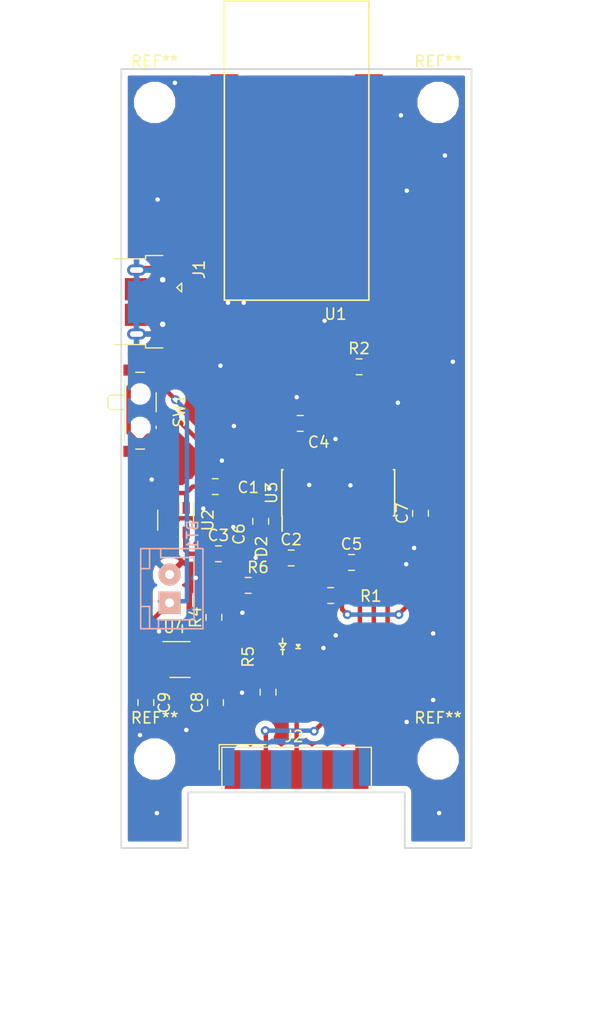
<source format=kicad_pcb>
(kicad_pcb (version 20171130) (host pcbnew 5.0.2-bee76a0~70~ubuntu16.04.1)

  (general
    (thickness 1.6)
    (drawings 8)
    (tracks 225)
    (zones 0)
    (modules 27)
    (nets 56)
  )

  (page A4)
  (layers
    (0 F.Cu signal)
    (31 B.Cu signal)
    (32 B.Adhes user)
    (33 F.Adhes user)
    (34 B.Paste user)
    (35 F.Paste user)
    (36 B.SilkS user)
    (37 F.SilkS user)
    (38 B.Mask user)
    (39 F.Mask user)
    (40 Dwgs.User user)
    (41 Cmts.User user)
    (42 Eco1.User user)
    (43 Eco2.User user)
    (44 Edge.Cuts user)
    (45 Margin user)
    (46 B.CrtYd user)
    (47 F.CrtYd user)
    (48 B.Fab user)
    (49 F.Fab user)
  )

  (setup
    (last_trace_width 0.25)
    (user_trace_width 0.4)
    (trace_clearance 0.2)
    (zone_clearance 0.508)
    (zone_45_only no)
    (trace_min 0.2)
    (segment_width 0.2)
    (edge_width 0.15)
    (via_size 0.8)
    (via_drill 0.4)
    (via_min_size 0.4)
    (via_min_drill 0.3)
    (uvia_size 0.3)
    (uvia_drill 0.1)
    (uvias_allowed no)
    (uvia_min_size 0.2)
    (uvia_min_drill 0.1)
    (pcb_text_width 0.3)
    (pcb_text_size 1.5 1.5)
    (mod_edge_width 0.15)
    (mod_text_size 1 1)
    (mod_text_width 0.15)
    (pad_size 3 3)
    (pad_drill 3)
    (pad_to_mask_clearance 0.051)
    (solder_mask_min_width 0.25)
    (aux_axis_origin 0 0)
    (visible_elements FFFFFF7F)
    (pcbplotparams
      (layerselection 0x210fc_ffffffff)
      (usegerberextensions true)
      (usegerberattributes false)
      (usegerberadvancedattributes false)
      (creategerberjobfile false)
      (excludeedgelayer true)
      (linewidth 0.100000)
      (plotframeref false)
      (viasonmask false)
      (mode 1)
      (useauxorigin false)
      (hpglpennumber 1)
      (hpglpenspeed 20)
      (hpglpendiameter 15.000000)
      (psnegative false)
      (psa4output false)
      (plotreference true)
      (plotvalue true)
      (plotinvisibletext false)
      (padsonsilk false)
      (subtractmaskfromsilk false)
      (outputformat 1)
      (mirror false)
      (drillshape 0)
      (scaleselection 1)
      (outputdirectory "Gerbers/"))
  )

  (net 0 "")
  (net 1 BatteryPower)
  (net 2 GND)
  (net 3 SelectedPower)
  (net 4 "Net-(C2-Pad2)")
  (net 5 "Net-(C2-Pad1)")
  (net 6 3_3V)
  (net 7 "Net-(C5-Pad1)")
  (net 8 "Net-(C5-Pad2)")
  (net 9 "Net-(C6-Pad2)")
  (net 10 "Net-(C7-Pad2)")
  (net 11 VBUS)
  (net 12 "Net-(D2-Pad1)")
  (net 13 "Net-(J1-Pad2)")
  (net 14 "Net-(J1-Pad3)")
  (net 15 "Net-(J1-Pad4)")
  (net 16 "Net-(J2-Pad2)")
  (net 17 "Net-(J2-Pad3)")
  (net 18 "Net-(J2-Pad4)")
  (net 19 "Net-(J2-Pad6)")
  (net 20 "Net-(J2-Pad7)")
  (net 21 "Net-(J2-Pad8)")
  (net 22 "Net-(J2-Pad9)")
  (net 23 "Net-(R2-Pad2)")
  (net 24 "Net-(R4-Pad1)")
  (net 25 "Net-(U1-Pad1)")
  (net 26 "Net-(U1-Pad2)")
  (net 27 "Net-(U1-Pad3)")
  (net 28 "Net-(U1-Pad4)")
  (net 29 "Net-(U1-Pad5)")
  (net 30 "Net-(U1-Pad6)")
  (net 31 "Net-(U1-Pad7)")
  (net 32 "Net-(U1-Pad8)")
  (net 33 "Net-(U1-Pad9)")
  (net 34 "Net-(U1-Pad10)")
  (net 35 "Net-(U1-Pad11)")
  (net 36 "Net-(U1-Pad15)")
  (net 37 "Net-(U1-Pad16)")
  (net 38 "Net-(U1-Pad17)")
  (net 39 "Net-(U1-Pad19)")
  (net 40 "Net-(U1-Pad20)")
  (net 41 "Net-(U1-Pad21)")
  (net 42 "Net-(U1-Pad22)")
  (net 43 "Net-(U1-Pad24)")
  (net 44 "Net-(U1-Pad25)")
  (net 45 "Net-(U1-Pad26)")
  (net 46 "Net-(U2-Pad4)")
  (net 47 "Net-(U3-Pad11)")
  (net 48 "Net-(U3-Pad12)")
  (net 49 "Net-(U3-Pad13)")
  (net 50 "Net-(U3-Pad14)")
  (net 51 LED)
  (net 52 "Net-(D2-Pad3)")
  (net 53 "Net-(R5-Pad1)")
  (net 54 CEN)
  (net 55 "Net-(J2-Pad1)")

  (net_class Default "This is the default net class."
    (clearance 0.2)
    (trace_width 0.25)
    (via_dia 0.8)
    (via_drill 0.4)
    (uvia_dia 0.3)
    (uvia_drill 0.1)
    (add_net "Net-(J2-Pad1)")
  )

  (net_class Thicker ""
    (clearance 0.2)
    (trace_width 0.4)
    (via_dia 0.8)
    (via_drill 0.4)
    (uvia_dia 0.3)
    (uvia_drill 0.1)
    (add_net 3_3V)
    (add_net BatteryPower)
    (add_net CEN)
    (add_net GND)
    (add_net LED)
    (add_net "Net-(C2-Pad1)")
    (add_net "Net-(C2-Pad2)")
    (add_net "Net-(C5-Pad1)")
    (add_net "Net-(C5-Pad2)")
    (add_net "Net-(C6-Pad2)")
    (add_net "Net-(C7-Pad2)")
    (add_net "Net-(D2-Pad1)")
    (add_net "Net-(D2-Pad3)")
    (add_net "Net-(J1-Pad2)")
    (add_net "Net-(J1-Pad3)")
    (add_net "Net-(J1-Pad4)")
    (add_net "Net-(J2-Pad2)")
    (add_net "Net-(J2-Pad3)")
    (add_net "Net-(J2-Pad4)")
    (add_net "Net-(J2-Pad6)")
    (add_net "Net-(J2-Pad7)")
    (add_net "Net-(J2-Pad8)")
    (add_net "Net-(J2-Pad9)")
    (add_net "Net-(R2-Pad2)")
    (add_net "Net-(R4-Pad1)")
    (add_net "Net-(R5-Pad1)")
    (add_net "Net-(U1-Pad1)")
    (add_net "Net-(U1-Pad10)")
    (add_net "Net-(U1-Pad11)")
    (add_net "Net-(U1-Pad15)")
    (add_net "Net-(U1-Pad16)")
    (add_net "Net-(U1-Pad17)")
    (add_net "Net-(U1-Pad19)")
    (add_net "Net-(U1-Pad2)")
    (add_net "Net-(U1-Pad20)")
    (add_net "Net-(U1-Pad21)")
    (add_net "Net-(U1-Pad22)")
    (add_net "Net-(U1-Pad24)")
    (add_net "Net-(U1-Pad25)")
    (add_net "Net-(U1-Pad26)")
    (add_net "Net-(U1-Pad3)")
    (add_net "Net-(U1-Pad4)")
    (add_net "Net-(U1-Pad5)")
    (add_net "Net-(U1-Pad6)")
    (add_net "Net-(U1-Pad7)")
    (add_net "Net-(U1-Pad8)")
    (add_net "Net-(U1-Pad9)")
    (add_net "Net-(U2-Pad4)")
    (add_net "Net-(U3-Pad11)")
    (add_net "Net-(U3-Pad12)")
    (add_net "Net-(U3-Pad13)")
    (add_net "Net-(U3-Pad14)")
    (add_net SelectedPower)
    (add_net VBUS)
  )

  (module MountingHole:MountingHole_2.7mm (layer F.Cu) (tedit 56D1B4CB) (tstamp 5FB8B95F)
    (at 133.9 97)
    (descr "Mounting Hole 2.7mm, no annular")
    (tags "mounting hole 2.7mm no annular")
    (attr virtual)
    (fp_text reference REF** (at 0 -3.7) (layer F.SilkS)
      (effects (font (size 1 1) (thickness 0.15)))
    )
    (fp_text value MountingHole_2.7mm (at 0 3.7) (layer F.Fab)
      (effects (font (size 1 1) (thickness 0.15)))
    )
    (fp_text user %R (at 0.3 0) (layer F.Fab)
      (effects (font (size 1 1) (thickness 0.15)))
    )
    (fp_circle (center 0 0) (end 2.7 0) (layer Cmts.User) (width 0.15))
    (fp_circle (center 0 0) (end 2.95 0) (layer F.CrtYd) (width 0.05))
    (pad 1 np_thru_hole circle (at 0 0) (size 2.7 2.7) (drill 2.7) (layers *.Cu *.Mask))
  )

  (module MountingHole:MountingHole_2.7mm (layer F.Cu) (tedit 56D1B4CB) (tstamp 5FB8B951)
    (at 133.9 38)
    (descr "Mounting Hole 2.7mm, no annular")
    (tags "mounting hole 2.7mm no annular")
    (attr virtual)
    (fp_text reference REF** (at 0 -3.7) (layer F.SilkS)
      (effects (font (size 1 1) (thickness 0.15)))
    )
    (fp_text value MountingHole_2.7mm (at 0 3.7) (layer F.Fab)
      (effects (font (size 1 1) (thickness 0.15)))
    )
    (fp_circle (center 0 0) (end 2.95 0) (layer F.CrtYd) (width 0.05))
    (fp_circle (center 0 0) (end 2.7 0) (layer Cmts.User) (width 0.15))
    (fp_text user %R (at 0.3 0) (layer F.Fab)
      (effects (font (size 1 1) (thickness 0.15)))
    )
    (pad 1 np_thru_hole circle (at 0 0) (size 2.7 2.7) (drill 2.7) (layers *.Cu *.Mask))
  )

  (module MountingHole:MountingHole_2.7mm (layer F.Cu) (tedit 56D1B4CB) (tstamp 5FB8B943)
    (at 108.4 38)
    (descr "Mounting Hole 2.7mm, no annular")
    (tags "mounting hole 2.7mm no annular")
    (attr virtual)
    (fp_text reference REF** (at 0 -3.7) (layer F.SilkS)
      (effects (font (size 1 1) (thickness 0.15)))
    )
    (fp_text value MountingHole_2.7mm (at 0 3.7) (layer F.Fab)
      (effects (font (size 1 1) (thickness 0.15)))
    )
    (fp_text user %R (at 0.3 0) (layer F.Fab)
      (effects (font (size 1 1) (thickness 0.15)))
    )
    (fp_circle (center 0 0) (end 2.7 0) (layer Cmts.User) (width 0.15))
    (fp_circle (center 0 0) (end 2.95 0) (layer F.CrtYd) (width 0.05))
    (pad 1 np_thru_hole circle (at 0 0) (size 2.7 2.7) (drill 2.7) (layers *.Cu *.Mask))
  )

  (module WiRoc:USB_Micro-B_Horizontal (layer F.Cu) (tedit 5F9DB346) (tstamp 5FB5EC7F)
    (at 107.52064 55.93268 270)
    (descr "Micro USB Type B 10103594-0001LF, http://cdn.amphenol-icc.com/media/wysiwyg/files/drawing/10103594.pdf")
    (tags "USB USB_B USB_micro USB_OTG")
    (path /5F9B6B1A)
    (attr smd)
    (fp_text reference J1 (at -2.9262 -4.8768 270) (layer F.SilkS)
      (effects (font (size 1 1) (thickness 0.15)))
    )
    (fp_text value USB_B_Micro (at -0.025 4.435 270) (layer F.Fab)
      (effects (font (size 1 1) (thickness 0.15)))
    )
    (fp_line (start 4.15 3.58) (end -4.15 3.58) (layer F.CrtYd) (width 0.05))
    (fp_line (start 4.15 3.58) (end 4.15 -2.88) (layer F.CrtYd) (width 0.05))
    (fp_line (start -4.15 -2.88) (end -4.15 3.58) (layer F.CrtYd) (width 0.05))
    (fp_line (start -4.15 -2.88) (end 4.15 -2.88) (layer F.CrtYd) (width 0.05))
    (fp_line (start -4.025 2.2) (end 3.975 2.2) (layer Dwgs.User) (width 0.1))
    (fp_line (start -3.775 3.335) (end -3.775 -1.465) (layer F.Fab) (width 0.12))
    (fp_line (start -2.975 -2.215) (end 3.725 -2.215) (layer F.Fab) (width 0.12))
    (fp_line (start 3.725 -2.215) (end 3.725 3.335) (layer F.Fab) (width 0.12))
    (fp_line (start 3.725 3.335) (end -3.775 3.335) (layer F.Fab) (width 0.12))
    (fp_line (start -3.775 -1.465) (end -2.975 -2.215) (layer F.Fab) (width 0.12))
    (fp_line (start -1.3 -2.865) (end -1.7 -3.315) (layer F.SilkS) (width 0.12))
    (fp_line (start -1.7 -3.315) (end -0.9 -3.315) (layer F.SilkS) (width 0.12))
    (fp_line (start -0.9 -3.315) (end -1.3 -2.865) (layer F.SilkS) (width 0.12))
    (fp_line (start 3.825 2.735) (end 3.825 -0.065) (layer F.SilkS) (width 0.12))
    (fp_line (start 3.825 -0.065) (end 4.125 -0.065) (layer F.SilkS) (width 0.12))
    (fp_line (start 4.125 -0.065) (end 4.125 -1.615) (layer F.SilkS) (width 0.12))
    (fp_line (start -3.875 2.735) (end -3.875 -0.065) (layer F.SilkS) (width 0.12))
    (fp_line (start -4.175 -0.065) (end -3.875 -0.065) (layer F.SilkS) (width 0.12))
    (fp_line (start -4.175 -0.065) (end -4.175 -1.615) (layer F.SilkS) (width 0.12))
    (fp_text user %R (at -5.87 -3.68 270) (layer F.Fab)
      (effects (font (size 1 1) (thickness 0.15)))
    )
    (fp_text user "PCB edge" (at -0.025 2.235 270) (layer Dwgs.User)
      (effects (font (size 0.5 0.5) (thickness 0.075)))
    )
    (pad 6 smd rect (at 1.15 0.8) (size 2 2) (layers F.Cu F.Paste F.Mask)
      (net 2 GND))
    (pad 6 smd rect (at -1.15 0.8) (size 2 2) (layers F.Cu F.Paste F.Mask)
      (net 2 GND))
    (pad 6 thru_hole oval (at 2.875 0.75) (size 1.7 1) (drill oval 1.2 0.5) (layers *.Cu *.Mask)
      (net 2 GND))
    (pad 6 thru_hole oval (at -2.875 0.75) (size 1.7 1) (drill oval 1.2 0.5) (layers *.Cu *.Mask)
      (net 2 GND))
    (pad 6 thru_hole circle (at 2 -1.6) (size 0.5 0.5) (drill 0.5) (layers *.Cu *.Mask)
      (net 2 GND) (solder_mask_margin 0.01) (solder_paste_margin -0.01) (clearance 0.01) (zone_connect 2))
    (pad 6 thru_hole circle (at -2 -1.6) (size 0.5 0.5) (drill 0.5) (layers *.Cu *.Mask)
      (net 2 GND) (solder_mask_margin 0.01) (solder_paste_margin -0.01) (clearance 0.01) (zone_connect 2))
    (pad 5 smd rect (at 1.3 -1.765) (size 1.65 0.4) (layers F.Cu F.Paste F.Mask)
      (net 2 GND))
    (pad 4 smd rect (at 0.65 -1.765) (size 1.65 0.4) (layers F.Cu F.Paste F.Mask)
      (net 15 "Net-(J1-Pad4)"))
    (pad 3 smd rect (at 0 -1.765) (size 1.65 0.4) (layers F.Cu F.Paste F.Mask)
      (net 14 "Net-(J1-Pad3)"))
    (pad 2 smd rect (at -0.65 -1.765) (size 1.65 0.4) (layers F.Cu F.Paste F.Mask)
      (net 13 "Net-(J1-Pad2)"))
    (pad 1 smd rect (at -1.3 -1.765) (size 1.65 0.4) (layers F.Cu F.Paste F.Mask)
      (net 11 VBUS))
    (pad 6 smd rect (at 3.1 -1.8 270) (size 2.1 1.6) (layers F.Cu F.Paste F.Mask)
      (net 2 GND))
    (pad 6 smd rect (at -3.05 -1.815 270) (size 2.1 1.6) (layers F.Cu F.Paste F.Mask)
      (net 2 GND))
    (model ${KISYS3DMOD}/Connector_USB.3dshapes/USB_Micro-B_Amphenol_10103594-0001LF_Horizontal.wrl
      (at (xyz 0 0 0))
      (scale (xyz 1 1 1))
      (rotate (xyz 0 0 0))
    )
  )

  (module WiRoc:JST_2.56 (layer B.Cu) (tedit 5D699CBE) (tstamp 5FB5EB9A)
    (at 109.74324 81.69148 90)
    (path /5F9B4573)
    (fp_text reference BT1 (at 4.8308 2.0762 90) (layer B.SilkS)
      (effects (font (size 1 1) (thickness 0.15)) (justify mirror))
    )
    (fp_text value Battery_Cell (at 0 1.9205 90) (layer B.Fab)
      (effects (font (size 1 1) (thickness 0.15)) (justify mirror))
    )
    (fp_line (start -3.6 -1.8) (end -1.6 -1.8) (layer B.SilkS) (width 0.15))
    (fp_line (start -3.6 -1) (end -2.8 -1) (layer B.SilkS) (width 0.15))
    (fp_line (start -1.6 -1.8) (end -1.6 -2.6) (layer B.SilkS) (width 0.15))
    (fp_line (start 3.6 -1.8) (end 2.2 -1.8) (layer B.SilkS) (width 0.15))
    (fp_line (start 2.2 -1.8) (end 2 -1.8) (layer B.SilkS) (width 0.15))
    (fp_line (start 2 -1.8) (end 1.8 -1.8) (layer B.SilkS) (width 0.15))
    (fp_line (start 1.8 -1.8) (end 1.8 -2.4) (layer B.SilkS) (width 0.15))
    (fp_line (start 1.8 -2.4) (end 1.8 -2.6) (layer B.SilkS) (width 0.15))
    (fp_line (start 1.8 -2.6) (end 1.8 -2.4) (layer B.SilkS) (width 0.15))
    (fp_line (start -2.8 -1) (end -2.8 2.2) (layer B.SilkS) (width 0.15))
    (fp_line (start -2.8 2.2) (end 2.8 2.2) (layer B.SilkS) (width 0.15))
    (fp_line (start 2.8 2.2) (end 2.8 -0.8) (layer B.SilkS) (width 0.15))
    (fp_line (start 2.8 -0.8) (end 3.6 -0.8) (layer B.SilkS) (width 0.15))
    (fp_line (start -3.6 3) (end 3.6 3) (layer B.SilkS) (width 0.15))
    (fp_line (start 3.6 3) (end 3.6 -2.6) (layer B.SilkS) (width 0.15))
    (fp_line (start 3.6 -2.6) (end -3.6 -2.6) (layer B.SilkS) (width 0.15))
    (fp_line (start -3.6 -2.6) (end -3.6 3) (layer B.SilkS) (width 0.15))
    (pad 1 thru_hole rect (at -1.27 0 90) (size 2 2) (drill 0.8) (layers *.Cu *.Mask B.SilkS)
      (net 1 BatteryPower))
    (pad 2 thru_hole circle (at 1.27 0 90) (size 2 2) (drill 0.8) (layers *.Cu *.Mask B.SilkS)
      (net 2 GND))
    (model ${KISYS3DMOD2}/Connectors_JST.3dshapes/JST_XH_B02B-XH-A_02x2.50mm_Straight.wrl
      (offset (xyz 1.25 -0.2 0))
      (scale (xyz 1 1 1))
      (rotate (xyz 0 0 180))
    )
  )

  (module Capacitor_SMD:C_0805_2012Metric_Pad1.15x1.40mm_HandSolder (layer F.Cu) (tedit 5B36C52B) (tstamp 5FB5EBAB)
    (at 113.84788 72.52092)
    (descr "Capacitor SMD 0805 (2012 Metric), square (rectangular) end terminal, IPC_7351 nominal with elongated pad for handsoldering. (Body size source: https://docs.google.com/spreadsheets/d/1BsfQQcO9C6DZCsRaXUlFlo91Tg2WpOkGARC1WS5S8t0/edit?usp=sharing), generated with kicad-footprint-generator")
    (tags "capacitor handsolder")
    (path /5F9BC1CA)
    (attr smd)
    (fp_text reference C1 (at 2.9718 0.07112) (layer F.SilkS)
      (effects (font (size 1 1) (thickness 0.15)))
    )
    (fp_text value 1uF (at -3.5052 -0.19812) (layer F.Fab)
      (effects (font (size 1 1) (thickness 0.15)))
    )
    (fp_text user %R (at 0 0) (layer F.Fab)
      (effects (font (size 0.5 0.5) (thickness 0.08)))
    )
    (fp_line (start 1.85 0.95) (end -1.85 0.95) (layer F.CrtYd) (width 0.05))
    (fp_line (start 1.85 -0.95) (end 1.85 0.95) (layer F.CrtYd) (width 0.05))
    (fp_line (start -1.85 -0.95) (end 1.85 -0.95) (layer F.CrtYd) (width 0.05))
    (fp_line (start -1.85 0.95) (end -1.85 -0.95) (layer F.CrtYd) (width 0.05))
    (fp_line (start -0.261252 0.71) (end 0.261252 0.71) (layer F.SilkS) (width 0.12))
    (fp_line (start -0.261252 -0.71) (end 0.261252 -0.71) (layer F.SilkS) (width 0.12))
    (fp_line (start 1 0.6) (end -1 0.6) (layer F.Fab) (width 0.1))
    (fp_line (start 1 -0.6) (end 1 0.6) (layer F.Fab) (width 0.1))
    (fp_line (start -1 -0.6) (end 1 -0.6) (layer F.Fab) (width 0.1))
    (fp_line (start -1 0.6) (end -1 -0.6) (layer F.Fab) (width 0.1))
    (pad 2 smd roundrect (at 1.025 0) (size 1.15 1.4) (layers F.Cu F.Paste F.Mask) (roundrect_rratio 0.217391)
      (net 2 GND))
    (pad 1 smd roundrect (at -1.025 0) (size 1.15 1.4) (layers F.Cu F.Paste F.Mask) (roundrect_rratio 0.217391)
      (net 3 SelectedPower))
    (model ${KISYS3DMOD}/Capacitor_SMD.3dshapes/C_0805_2012Metric.wrl
      (at (xyz 0 0 0))
      (scale (xyz 1 1 1))
      (rotate (xyz 0 0 0))
    )
  )

  (module Capacitor_SMD:C_0805_2012Metric_Pad1.15x1.40mm_HandSolder (layer F.Cu) (tedit 5B36C52B) (tstamp 5FB65887)
    (at 120.68048 78.93304)
    (descr "Capacitor SMD 0805 (2012 Metric), square (rectangular) end terminal, IPC_7351 nominal with elongated pad for handsoldering. (Body size source: https://docs.google.com/spreadsheets/d/1BsfQQcO9C6DZCsRaXUlFlo91Tg2WpOkGARC1WS5S8t0/edit?usp=sharing), generated with kicad-footprint-generator")
    (tags "capacitor handsolder")
    (path /5F997392)
    (attr smd)
    (fp_text reference C2 (at 0 -1.65) (layer F.SilkS)
      (effects (font (size 1 1) (thickness 0.15)))
    )
    (fp_text value 100nF (at -0.0254 1.66116) (layer F.Fab)
      (effects (font (size 1 1) (thickness 0.15)))
    )
    (fp_text user %R (at 0 0) (layer F.Fab)
      (effects (font (size 0.5 0.5) (thickness 0.08)))
    )
    (fp_line (start 1.85 0.95) (end -1.85 0.95) (layer F.CrtYd) (width 0.05))
    (fp_line (start 1.85 -0.95) (end 1.85 0.95) (layer F.CrtYd) (width 0.05))
    (fp_line (start -1.85 -0.95) (end 1.85 -0.95) (layer F.CrtYd) (width 0.05))
    (fp_line (start -1.85 0.95) (end -1.85 -0.95) (layer F.CrtYd) (width 0.05))
    (fp_line (start -0.261252 0.71) (end 0.261252 0.71) (layer F.SilkS) (width 0.12))
    (fp_line (start -0.261252 -0.71) (end 0.261252 -0.71) (layer F.SilkS) (width 0.12))
    (fp_line (start 1 0.6) (end -1 0.6) (layer F.Fab) (width 0.1))
    (fp_line (start 1 -0.6) (end 1 0.6) (layer F.Fab) (width 0.1))
    (fp_line (start -1 -0.6) (end 1 -0.6) (layer F.Fab) (width 0.1))
    (fp_line (start -1 0.6) (end -1 -0.6) (layer F.Fab) (width 0.1))
    (pad 2 smd roundrect (at 1.025 0) (size 1.15 1.4) (layers F.Cu F.Paste F.Mask) (roundrect_rratio 0.217391)
      (net 4 "Net-(C2-Pad2)"))
    (pad 1 smd roundrect (at -1.025 0) (size 1.15 1.4) (layers F.Cu F.Paste F.Mask) (roundrect_rratio 0.217391)
      (net 5 "Net-(C2-Pad1)"))
    (model ${KISYS3DMOD}/Capacitor_SMD.3dshapes/C_0805_2012Metric.wrl
      (at (xyz 0 0 0))
      (scale (xyz 1 1 1))
      (rotate (xyz 0 0 0))
    )
  )

  (module Capacitor_SMD:C_0805_2012Metric_Pad1.15x1.40mm_HandSolder (layer F.Cu) (tedit 5B36C52B) (tstamp 5FB5EBCD)
    (at 114.13236 78.55596)
    (descr "Capacitor SMD 0805 (2012 Metric), square (rectangular) end terminal, IPC_7351 nominal with elongated pad for handsoldering. (Body size source: https://docs.google.com/spreadsheets/d/1BsfQQcO9C6DZCsRaXUlFlo91Tg2WpOkGARC1WS5S8t0/edit?usp=sharing), generated with kicad-footprint-generator")
    (tags "capacitor handsolder")
    (path /5F9BD13E)
    (attr smd)
    (fp_text reference C3 (at 0 -1.65) (layer F.SilkS)
      (effects (font (size 1 1) (thickness 0.15)))
    )
    (fp_text value 1uF (at 0 1.65) (layer F.Fab)
      (effects (font (size 1 1) (thickness 0.15)))
    )
    (fp_line (start -1 0.6) (end -1 -0.6) (layer F.Fab) (width 0.1))
    (fp_line (start -1 -0.6) (end 1 -0.6) (layer F.Fab) (width 0.1))
    (fp_line (start 1 -0.6) (end 1 0.6) (layer F.Fab) (width 0.1))
    (fp_line (start 1 0.6) (end -1 0.6) (layer F.Fab) (width 0.1))
    (fp_line (start -0.261252 -0.71) (end 0.261252 -0.71) (layer F.SilkS) (width 0.12))
    (fp_line (start -0.261252 0.71) (end 0.261252 0.71) (layer F.SilkS) (width 0.12))
    (fp_line (start -1.85 0.95) (end -1.85 -0.95) (layer F.CrtYd) (width 0.05))
    (fp_line (start -1.85 -0.95) (end 1.85 -0.95) (layer F.CrtYd) (width 0.05))
    (fp_line (start 1.85 -0.95) (end 1.85 0.95) (layer F.CrtYd) (width 0.05))
    (fp_line (start 1.85 0.95) (end -1.85 0.95) (layer F.CrtYd) (width 0.05))
    (fp_text user %R (at 0 0) (layer F.Fab)
      (effects (font (size 0.5 0.5) (thickness 0.08)))
    )
    (pad 1 smd roundrect (at -1.025 0) (size 1.15 1.4) (layers F.Cu F.Paste F.Mask) (roundrect_rratio 0.217391)
      (net 6 3_3V))
    (pad 2 smd roundrect (at 1.025 0) (size 1.15 1.4) (layers F.Cu F.Paste F.Mask) (roundrect_rratio 0.217391)
      (net 2 GND))
    (model ${KISYS3DMOD}/Capacitor_SMD.3dshapes/C_0805_2012Metric.wrl
      (at (xyz 0 0 0))
      (scale (xyz 1 1 1))
      (rotate (xyz 0 0 0))
    )
  )

  (module Capacitor_SMD:C_0805_2012Metric_Pad1.15x1.40mm_HandSolder (layer F.Cu) (tedit 5B36C52B) (tstamp 5FB65A49)
    (at 121.49456 66.84264 180)
    (descr "Capacitor SMD 0805 (2012 Metric), square (rectangular) end terminal, IPC_7351 nominal with elongated pad for handsoldering. (Body size source: https://docs.google.com/spreadsheets/d/1BsfQQcO9C6DZCsRaXUlFlo91Tg2WpOkGARC1WS5S8t0/edit?usp=sharing), generated with kicad-footprint-generator")
    (tags "capacitor handsolder")
    (path /5F99729E)
    (attr smd)
    (fp_text reference C4 (at -1.65988 -1.68656 180) (layer F.SilkS)
      (effects (font (size 1 1) (thickness 0.15)))
    )
    (fp_text value 100nF (at 0 1.65 180) (layer F.Fab)
      (effects (font (size 1 1) (thickness 0.15)))
    )
    (fp_line (start -1 0.6) (end -1 -0.6) (layer F.Fab) (width 0.1))
    (fp_line (start -1 -0.6) (end 1 -0.6) (layer F.Fab) (width 0.1))
    (fp_line (start 1 -0.6) (end 1 0.6) (layer F.Fab) (width 0.1))
    (fp_line (start 1 0.6) (end -1 0.6) (layer F.Fab) (width 0.1))
    (fp_line (start -0.261252 -0.71) (end 0.261252 -0.71) (layer F.SilkS) (width 0.12))
    (fp_line (start -0.261252 0.71) (end 0.261252 0.71) (layer F.SilkS) (width 0.12))
    (fp_line (start -1.85 0.95) (end -1.85 -0.95) (layer F.CrtYd) (width 0.05))
    (fp_line (start -1.85 -0.95) (end 1.85 -0.95) (layer F.CrtYd) (width 0.05))
    (fp_line (start 1.85 -0.95) (end 1.85 0.95) (layer F.CrtYd) (width 0.05))
    (fp_line (start 1.85 0.95) (end -1.85 0.95) (layer F.CrtYd) (width 0.05))
    (fp_text user %R (at 0 0 180) (layer F.Fab)
      (effects (font (size 0.5 0.5) (thickness 0.08)))
    )
    (pad 1 smd roundrect (at -1.025 0 180) (size 1.15 1.4) (layers F.Cu F.Paste F.Mask) (roundrect_rratio 0.217391)
      (net 2 GND))
    (pad 2 smd roundrect (at 1.025 0 180) (size 1.15 1.4) (layers F.Cu F.Paste F.Mask) (roundrect_rratio 0.217391)
      (net 6 3_3V))
    (model ${KISYS3DMOD}/Capacitor_SMD.3dshapes/C_0805_2012Metric.wrl
      (at (xyz 0 0 0))
      (scale (xyz 1 1 1))
      (rotate (xyz 0 0 0))
    )
  )

  (module Capacitor_SMD:C_0805_2012Metric_Pad1.15x1.40mm_HandSolder (layer F.Cu) (tedit 5B36C52B) (tstamp 5FB659D7)
    (at 126.11112 79.33436)
    (descr "Capacitor SMD 0805 (2012 Metric), square (rectangular) end terminal, IPC_7351 nominal with elongated pad for handsoldering. (Body size source: https://docs.google.com/spreadsheets/d/1BsfQQcO9C6DZCsRaXUlFlo91Tg2WpOkGARC1WS5S8t0/edit?usp=sharing), generated with kicad-footprint-generator")
    (tags "capacitor handsolder")
    (path /5F9971D4)
    (attr smd)
    (fp_text reference C5 (at 0 -1.65) (layer F.SilkS)
      (effects (font (size 1 1) (thickness 0.15)))
    )
    (fp_text value 100nF (at 1.66624 1.7272) (layer F.Fab)
      (effects (font (size 1 1) (thickness 0.15)))
    )
    (fp_line (start -1 0.6) (end -1 -0.6) (layer F.Fab) (width 0.1))
    (fp_line (start -1 -0.6) (end 1 -0.6) (layer F.Fab) (width 0.1))
    (fp_line (start 1 -0.6) (end 1 0.6) (layer F.Fab) (width 0.1))
    (fp_line (start 1 0.6) (end -1 0.6) (layer F.Fab) (width 0.1))
    (fp_line (start -0.261252 -0.71) (end 0.261252 -0.71) (layer F.SilkS) (width 0.12))
    (fp_line (start -0.261252 0.71) (end 0.261252 0.71) (layer F.SilkS) (width 0.12))
    (fp_line (start -1.85 0.95) (end -1.85 -0.95) (layer F.CrtYd) (width 0.05))
    (fp_line (start -1.85 -0.95) (end 1.85 -0.95) (layer F.CrtYd) (width 0.05))
    (fp_line (start 1.85 -0.95) (end 1.85 0.95) (layer F.CrtYd) (width 0.05))
    (fp_line (start 1.85 0.95) (end -1.85 0.95) (layer F.CrtYd) (width 0.05))
    (fp_text user %R (at 0 0) (layer F.Fab)
      (effects (font (size 0.5 0.5) (thickness 0.08)))
    )
    (pad 1 smd roundrect (at -1.025 0) (size 1.15 1.4) (layers F.Cu F.Paste F.Mask) (roundrect_rratio 0.217391)
      (net 7 "Net-(C5-Pad1)"))
    (pad 2 smd roundrect (at 1.025 0) (size 1.15 1.4) (layers F.Cu F.Paste F.Mask) (roundrect_rratio 0.217391)
      (net 8 "Net-(C5-Pad2)"))
    (model ${KISYS3DMOD}/Capacitor_SMD.3dshapes/C_0805_2012Metric.wrl
      (at (xyz 0 0 0))
      (scale (xyz 1 1 1))
      (rotate (xyz 0 0 0))
    )
  )

  (module Capacitor_SMD:C_0805_2012Metric_Pad1.15x1.40mm_HandSolder (layer F.Cu) (tedit 5B36C52B) (tstamp 5FB659A7)
    (at 117.93728 75.6412 90)
    (descr "Capacitor SMD 0805 (2012 Metric), square (rectangular) end terminal, IPC_7351 nominal with elongated pad for handsoldering. (Body size source: https://docs.google.com/spreadsheets/d/1BsfQQcO9C6DZCsRaXUlFlo91Tg2WpOkGARC1WS5S8t0/edit?usp=sharing), generated with kicad-footprint-generator")
    (tags "capacitor handsolder")
    (path /5F99735C)
    (attr smd)
    (fp_text reference C6 (at -1.14808 -1.9558 90) (layer F.SilkS)
      (effects (font (size 1 1) (thickness 0.15)))
    )
    (fp_text value 100nF (at 2.30124 -1.9558 90) (layer F.Fab)
      (effects (font (size 1 1) (thickness 0.15)))
    )
    (fp_line (start -1 0.6) (end -1 -0.6) (layer F.Fab) (width 0.1))
    (fp_line (start -1 -0.6) (end 1 -0.6) (layer F.Fab) (width 0.1))
    (fp_line (start 1 -0.6) (end 1 0.6) (layer F.Fab) (width 0.1))
    (fp_line (start 1 0.6) (end -1 0.6) (layer F.Fab) (width 0.1))
    (fp_line (start -0.261252 -0.71) (end 0.261252 -0.71) (layer F.SilkS) (width 0.12))
    (fp_line (start -0.261252 0.71) (end 0.261252 0.71) (layer F.SilkS) (width 0.12))
    (fp_line (start -1.85 0.95) (end -1.85 -0.95) (layer F.CrtYd) (width 0.05))
    (fp_line (start -1.85 -0.95) (end 1.85 -0.95) (layer F.CrtYd) (width 0.05))
    (fp_line (start 1.85 -0.95) (end 1.85 0.95) (layer F.CrtYd) (width 0.05))
    (fp_line (start 1.85 0.95) (end -1.85 0.95) (layer F.CrtYd) (width 0.05))
    (fp_text user %R (at 2.17424 1.48844 90) (layer F.Fab)
      (effects (font (size 0.5 0.5) (thickness 0.08)))
    )
    (pad 1 smd roundrect (at -1.025 0 90) (size 1.15 1.4) (layers F.Cu F.Paste F.Mask) (roundrect_rratio 0.217391)
      (net 2 GND))
    (pad 2 smd roundrect (at 1.025 0 90) (size 1.15 1.4) (layers F.Cu F.Paste F.Mask) (roundrect_rratio 0.217391)
      (net 9 "Net-(C6-Pad2)"))
    (model ${KISYS3DMOD}/Capacitor_SMD.3dshapes/C_0805_2012Metric.wrl
      (at (xyz 0 0 0))
      (scale (xyz 1 1 1))
      (rotate (xyz 0 0 0))
    )
  )

  (module Capacitor_SMD:C_0805_2012Metric_Pad1.15x1.40mm_HandSolder (layer F.Cu) (tedit 5B36C52B) (tstamp 5FB65851)
    (at 132.31368 74.91984 90)
    (descr "Capacitor SMD 0805 (2012 Metric), square (rectangular) end terminal, IPC_7351 nominal with elongated pad for handsoldering. (Body size source: https://docs.google.com/spreadsheets/d/1BsfQQcO9C6DZCsRaXUlFlo91Tg2WpOkGARC1WS5S8t0/edit?usp=sharing), generated with kicad-footprint-generator")
    (tags "capacitor handsolder")
    (path /5F99787B)
    (attr smd)
    (fp_text reference C7 (at 0 -1.65 90) (layer F.SilkS)
      (effects (font (size 1 1) (thickness 0.15)))
    )
    (fp_text value 100nF (at -4.23164 -0.08636 90) (layer F.Fab)
      (effects (font (size 1 1) (thickness 0.15)))
    )
    (fp_text user %R (at 0 0 90) (layer F.Fab)
      (effects (font (size 0.5 0.5) (thickness 0.08)))
    )
    (fp_line (start 1.85 0.95) (end -1.85 0.95) (layer F.CrtYd) (width 0.05))
    (fp_line (start 1.85 -0.95) (end 1.85 0.95) (layer F.CrtYd) (width 0.05))
    (fp_line (start -1.85 -0.95) (end 1.85 -0.95) (layer F.CrtYd) (width 0.05))
    (fp_line (start -1.85 0.95) (end -1.85 -0.95) (layer F.CrtYd) (width 0.05))
    (fp_line (start -0.261252 0.71) (end 0.261252 0.71) (layer F.SilkS) (width 0.12))
    (fp_line (start -0.261252 -0.71) (end 0.261252 -0.71) (layer F.SilkS) (width 0.12))
    (fp_line (start 1 0.6) (end -1 0.6) (layer F.Fab) (width 0.1))
    (fp_line (start 1 -0.6) (end 1 0.6) (layer F.Fab) (width 0.1))
    (fp_line (start -1 -0.6) (end 1 -0.6) (layer F.Fab) (width 0.1))
    (fp_line (start -1 0.6) (end -1 -0.6) (layer F.Fab) (width 0.1))
    (pad 2 smd roundrect (at 1.025 0 90) (size 1.15 1.4) (layers F.Cu F.Paste F.Mask) (roundrect_rratio 0.217391)
      (net 10 "Net-(C7-Pad2)"))
    (pad 1 smd roundrect (at -1.025 0 90) (size 1.15 1.4) (layers F.Cu F.Paste F.Mask) (roundrect_rratio 0.217391)
      (net 2 GND))
    (model ${KISYS3DMOD}/Capacitor_SMD.3dshapes/C_0805_2012Metric.wrl
      (at (xyz 0 0 0))
      (scale (xyz 1 1 1))
      (rotate (xyz 0 0 0))
    )
  )

  (module Capacitor_SMD:C_0805_2012Metric_Pad1.15x1.40mm_HandSolder (layer F.Cu) (tedit 5B36C52B) (tstamp 5FB5EC22)
    (at 113.87328 91.92652 90)
    (descr "Capacitor SMD 0805 (2012 Metric), square (rectangular) end terminal, IPC_7351 nominal with elongated pad for handsoldering. (Body size source: https://docs.google.com/spreadsheets/d/1BsfQQcO9C6DZCsRaXUlFlo91Tg2WpOkGARC1WS5S8t0/edit?usp=sharing), generated with kicad-footprint-generator")
    (tags "capacitor handsolder")
    (path /5F9B53B0)
    (attr smd)
    (fp_text reference C8 (at 0 -1.65 90) (layer F.SilkS)
      (effects (font (size 1 1) (thickness 0.15)))
    )
    (fp_text value 10uF (at 0.691 2.14376 90) (layer F.Fab)
      (effects (font (size 1 1) (thickness 0.15)))
    )
    (fp_line (start -1 0.6) (end -1 -0.6) (layer F.Fab) (width 0.1))
    (fp_line (start -1 -0.6) (end 1 -0.6) (layer F.Fab) (width 0.1))
    (fp_line (start 1 -0.6) (end 1 0.6) (layer F.Fab) (width 0.1))
    (fp_line (start 1 0.6) (end -1 0.6) (layer F.Fab) (width 0.1))
    (fp_line (start -0.261252 -0.71) (end 0.261252 -0.71) (layer F.SilkS) (width 0.12))
    (fp_line (start -0.261252 0.71) (end 0.261252 0.71) (layer F.SilkS) (width 0.12))
    (fp_line (start -1.85 0.95) (end -1.85 -0.95) (layer F.CrtYd) (width 0.05))
    (fp_line (start -1.85 -0.95) (end 1.85 -0.95) (layer F.CrtYd) (width 0.05))
    (fp_line (start 1.85 -0.95) (end 1.85 0.95) (layer F.CrtYd) (width 0.05))
    (fp_line (start 1.85 0.95) (end -1.85 0.95) (layer F.CrtYd) (width 0.05))
    (fp_text user %R (at 0 0 90) (layer F.Fab)
      (effects (font (size 0.5 0.5) (thickness 0.08)))
    )
    (pad 1 smd roundrect (at -1.025 0 90) (size 1.15 1.4) (layers F.Cu F.Paste F.Mask) (roundrect_rratio 0.217391)
      (net 2 GND))
    (pad 2 smd roundrect (at 1.025 0 90) (size 1.15 1.4) (layers F.Cu F.Paste F.Mask) (roundrect_rratio 0.217391)
      (net 11 VBUS))
    (model ${KISYS3DMOD}/Capacitor_SMD.3dshapes/C_0805_2012Metric.wrl
      (at (xyz 0 0 0))
      (scale (xyz 1 1 1))
      (rotate (xyz 0 0 0))
    )
  )

  (module Capacitor_SMD:C_0805_2012Metric_Pad1.15x1.40mm_HandSolder (layer F.Cu) (tedit 5B36C52B) (tstamp 5FB5EC33)
    (at 107.60964 91.9316 270)
    (descr "Capacitor SMD 0805 (2012 Metric), square (rectangular) end terminal, IPC_7351 nominal with elongated pad for handsoldering. (Body size source: https://docs.google.com/spreadsheets/d/1BsfQQcO9C6DZCsRaXUlFlo91Tg2WpOkGARC1WS5S8t0/edit?usp=sharing), generated with kicad-footprint-generator")
    (tags "capacitor handsolder")
    (path /5FA09DDC)
    (attr smd)
    (fp_text reference C9 (at 0 -1.65 270) (layer F.SilkS)
      (effects (font (size 1 1) (thickness 0.15)))
    )
    (fp_text value 10uF (at 0 1.65 270) (layer F.Fab)
      (effects (font (size 1 1) (thickness 0.15)))
    )
    (fp_text user %R (at 0 0 270) (layer F.Fab)
      (effects (font (size 0.5 0.5) (thickness 0.08)))
    )
    (fp_line (start 1.85 0.95) (end -1.85 0.95) (layer F.CrtYd) (width 0.05))
    (fp_line (start 1.85 -0.95) (end 1.85 0.95) (layer F.CrtYd) (width 0.05))
    (fp_line (start -1.85 -0.95) (end 1.85 -0.95) (layer F.CrtYd) (width 0.05))
    (fp_line (start -1.85 0.95) (end -1.85 -0.95) (layer F.CrtYd) (width 0.05))
    (fp_line (start -0.261252 0.71) (end 0.261252 0.71) (layer F.SilkS) (width 0.12))
    (fp_line (start -0.261252 -0.71) (end 0.261252 -0.71) (layer F.SilkS) (width 0.12))
    (fp_line (start 1 0.6) (end -1 0.6) (layer F.Fab) (width 0.1))
    (fp_line (start 1 -0.6) (end 1 0.6) (layer F.Fab) (width 0.1))
    (fp_line (start -1 -0.6) (end 1 -0.6) (layer F.Fab) (width 0.1))
    (fp_line (start -1 0.6) (end -1 -0.6) (layer F.Fab) (width 0.1))
    (pad 2 smd roundrect (at 1.025 0 270) (size 1.15 1.4) (layers F.Cu F.Paste F.Mask) (roundrect_rratio 0.217391)
      (net 2 GND))
    (pad 1 smd roundrect (at -1.025 0 270) (size 1.15 1.4) (layers F.Cu F.Paste F.Mask) (roundrect_rratio 0.217391)
      (net 1 BatteryPower))
    (model ${KISYS3DMOD}/Capacitor_SMD.3dshapes/C_0805_2012Metric.wrl
      (at (xyz 0 0 0))
      (scale (xyz 1 1 1))
      (rotate (xyz 0 0 0))
    )
  )

  (module Connector_Dsub:DSUB-9_Male_EdgeMount_P2.77mm (layer F.Cu) (tedit 59FEDEE2) (tstamp 5FB5ECDC)
    (at 121.1707 97.9476)
    (descr "9-pin D-Sub connector, solder-cups edge-mounted, male, x-pin-pitch 2.77mm, distance of mounting holes 25mm, see https://disti-assets.s3.amazonaws.com/tonar/files/datasheets/16730.pdf")
    (tags "9-pin D-Sub connector edge mount solder cup male x-pin-pitch 2.77mm mounting holes distance 25mm")
    (path /5F997C03)
    (attr smd)
    (fp_text reference J2 (at -0.22606 -2.97688) (layer F.SilkS)
      (effects (font (size 1 1) (thickness 0.15)))
    )
    (fp_text value DB9_Male (at 0 16.69) (layer F.Fab)
      (effects (font (size 1 1) (thickness 0.15)))
    )
    (fp_line (start -6.14 -0.91) (end -6.14 1.99) (layer F.Fab) (width 0.1))
    (fp_line (start -6.14 1.99) (end -4.94 1.99) (layer F.Fab) (width 0.1))
    (fp_line (start -4.94 1.99) (end -4.94 -0.91) (layer F.Fab) (width 0.1))
    (fp_line (start -4.94 -0.91) (end -6.14 -0.91) (layer F.Fab) (width 0.1))
    (fp_line (start -3.37 -0.91) (end -3.37 1.99) (layer F.Fab) (width 0.1))
    (fp_line (start -3.37 1.99) (end -2.17 1.99) (layer F.Fab) (width 0.1))
    (fp_line (start -2.17 1.99) (end -2.17 -0.91) (layer F.Fab) (width 0.1))
    (fp_line (start -2.17 -0.91) (end -3.37 -0.91) (layer F.Fab) (width 0.1))
    (fp_line (start -0.6 -0.91) (end -0.6 1.99) (layer F.Fab) (width 0.1))
    (fp_line (start -0.6 1.99) (end 0.6 1.99) (layer F.Fab) (width 0.1))
    (fp_line (start 0.6 1.99) (end 0.6 -0.91) (layer F.Fab) (width 0.1))
    (fp_line (start 0.6 -0.91) (end -0.6 -0.91) (layer F.Fab) (width 0.1))
    (fp_line (start 2.17 -0.91) (end 2.17 1.99) (layer F.Fab) (width 0.1))
    (fp_line (start 2.17 1.99) (end 3.37 1.99) (layer F.Fab) (width 0.1))
    (fp_line (start 3.37 1.99) (end 3.37 -0.91) (layer F.Fab) (width 0.1))
    (fp_line (start 3.37 -0.91) (end 2.17 -0.91) (layer F.Fab) (width 0.1))
    (fp_line (start 4.94 -0.91) (end 4.94 1.99) (layer F.Fab) (width 0.1))
    (fp_line (start 4.94 1.99) (end 6.14 1.99) (layer F.Fab) (width 0.1))
    (fp_line (start 6.14 1.99) (end 6.14 -0.91) (layer F.Fab) (width 0.1))
    (fp_line (start 6.14 -0.91) (end 4.94 -0.91) (layer F.Fab) (width 0.1))
    (fp_line (start -4.755 -0.91) (end -4.755 1.99) (layer B.Fab) (width 0.1))
    (fp_line (start -4.755 1.99) (end -3.555 1.99) (layer B.Fab) (width 0.1))
    (fp_line (start -3.555 1.99) (end -3.555 -0.91) (layer B.Fab) (width 0.1))
    (fp_line (start -3.555 -0.91) (end -4.755 -0.91) (layer B.Fab) (width 0.1))
    (fp_line (start -1.985 -0.91) (end -1.985 1.99) (layer B.Fab) (width 0.1))
    (fp_line (start -1.985 1.99) (end -0.785 1.99) (layer B.Fab) (width 0.1))
    (fp_line (start -0.785 1.99) (end -0.785 -0.91) (layer B.Fab) (width 0.1))
    (fp_line (start -0.785 -0.91) (end -1.985 -0.91) (layer B.Fab) (width 0.1))
    (fp_line (start 0.785 -0.91) (end 0.785 1.99) (layer B.Fab) (width 0.1))
    (fp_line (start 0.785 1.99) (end 1.985 1.99) (layer B.Fab) (width 0.1))
    (fp_line (start 1.985 1.99) (end 1.985 -0.91) (layer B.Fab) (width 0.1))
    (fp_line (start 1.985 -0.91) (end 0.785 -0.91) (layer B.Fab) (width 0.1))
    (fp_line (start 3.555 -0.91) (end 3.555 1.99) (layer B.Fab) (width 0.1))
    (fp_line (start 3.555 1.99) (end 4.755 1.99) (layer B.Fab) (width 0.1))
    (fp_line (start 4.755 1.99) (end 4.755 -0.91) (layer B.Fab) (width 0.1))
    (fp_line (start 4.755 -0.91) (end 3.555 -0.91) (layer B.Fab) (width 0.1))
    (fp_line (start -7.55 1.99) (end -7.55 4.79) (layer F.Fab) (width 0.1))
    (fp_line (start -7.55 4.79) (end 7.55 4.79) (layer F.Fab) (width 0.1))
    (fp_line (start 7.55 4.79) (end 7.55 1.99) (layer F.Fab) (width 0.1))
    (fp_line (start 7.55 1.99) (end -7.55 1.99) (layer F.Fab) (width 0.1))
    (fp_line (start -8.55 4.79) (end -8.55 9.29) (layer F.Fab) (width 0.1))
    (fp_line (start -8.55 9.29) (end 8.55 9.29) (layer F.Fab) (width 0.1))
    (fp_line (start 8.55 9.29) (end 8.55 4.79) (layer F.Fab) (width 0.1))
    (fp_line (start 8.55 4.79) (end -8.55 4.79) (layer F.Fab) (width 0.1))
    (fp_line (start -15.425 9.29) (end -15.425 9.69) (layer F.Fab) (width 0.1))
    (fp_line (start -15.425 9.69) (end 15.425 9.69) (layer F.Fab) (width 0.1))
    (fp_line (start 15.425 9.69) (end 15.425 9.29) (layer F.Fab) (width 0.1))
    (fp_line (start 15.425 9.29) (end -15.425 9.29) (layer F.Fab) (width 0.1))
    (fp_line (start -8.15 9.69) (end -8.15 15.69) (layer F.Fab) (width 0.1))
    (fp_line (start -8.15 15.69) (end 8.15 15.69) (layer F.Fab) (width 0.1))
    (fp_line (start 8.15 15.69) (end 8.15 9.69) (layer F.Fab) (width 0.1))
    (fp_line (start 8.15 9.69) (end -8.15 9.69) (layer F.Fab) (width 0.1))
    (fp_line (start -7 -2.25) (end 7 -2.25) (layer F.CrtYd) (width 0.05))
    (fp_line (start 7 -2.25) (end 7 1.5) (layer F.CrtYd) (width 0.05))
    (fp_line (start 7 1.5) (end 8.05 1.5) (layer F.CrtYd) (width 0.05))
    (fp_line (start 8.05 1.5) (end 8.05 4.3) (layer F.CrtYd) (width 0.05))
    (fp_line (start 8.05 4.3) (end 9.05 4.3) (layer F.CrtYd) (width 0.05))
    (fp_line (start 9.05 4.3) (end 9.05 8.8) (layer F.CrtYd) (width 0.05))
    (fp_line (start 9.05 8.8) (end 15.95 8.8) (layer F.CrtYd) (width 0.05))
    (fp_line (start 15.95 8.8) (end 15.95 10.2) (layer F.CrtYd) (width 0.05))
    (fp_line (start 15.95 10.2) (end 8.65 10.2) (layer F.CrtYd) (width 0.05))
    (fp_line (start 8.65 10.2) (end 8.65 16.2) (layer F.CrtYd) (width 0.05))
    (fp_line (start 8.65 16.2) (end -8.65 16.2) (layer F.CrtYd) (width 0.05))
    (fp_line (start -8.65 16.2) (end -8.65 10.2) (layer F.CrtYd) (width 0.05))
    (fp_line (start -8.65 10.2) (end -15.95 10.2) (layer F.CrtYd) (width 0.05))
    (fp_line (start -15.95 10.2) (end -15.95 8.8) (layer F.CrtYd) (width 0.05))
    (fp_line (start -15.95 8.8) (end -9.05 8.8) (layer F.CrtYd) (width 0.05))
    (fp_line (start -9.05 8.8) (end -9.05 4.3) (layer F.CrtYd) (width 0.05))
    (fp_line (start -9.05 4.3) (end -8.05 4.3) (layer F.CrtYd) (width 0.05))
    (fp_line (start -8.05 4.3) (end -8.05 1.5) (layer F.CrtYd) (width 0.05))
    (fp_line (start -8.05 1.5) (end -7 1.5) (layer F.CrtYd) (width 0.05))
    (fp_line (start -7 1.5) (end -7 -2.25) (layer F.CrtYd) (width 0.05))
    (fp_line (start 6.723333 1.74) (end 6.723333 -2) (layer F.SilkS) (width 0.12))
    (fp_line (start 6.723333 -2) (end -6.723333 -2) (layer F.SilkS) (width 0.12))
    (fp_line (start -6.723333 -2) (end -6.723333 1.74) (layer F.SilkS) (width 0.12))
    (fp_line (start -6.963333 0) (end -6.963333 -2.24) (layer F.SilkS) (width 0.12))
    (fp_line (start -6.963333 -2.24) (end -2.77 -2.24) (layer F.SilkS) (width 0.12))
    (fp_line (start -15.425 1.99) (end 15.425 1.99) (layer Dwgs.User) (width 0.05))
    (fp_text user %R (at 0 3.39) (layer F.Fab)
      (effects (font (size 1 1) (thickness 0.15)))
    )
    (fp_text user "PCB edge" (at -10.425 1.323333) (layer Dwgs.User)
      (effects (font (size 0.5 0.5) (thickness 0.075)))
    )
    (pad 1 smd rect (at -5.54 0) (size 1.846667 3.48) (layers F.Cu F.Paste F.Mask)
      (net 55 "Net-(J2-Pad1)"))
    (pad 2 smd rect (at -2.77 0) (size 1.846667 3.48) (layers F.Cu F.Paste F.Mask)
      (net 16 "Net-(J2-Pad2)"))
    (pad 3 smd rect (at 0 0) (size 1.846667 3.48) (layers F.Cu F.Paste F.Mask)
      (net 17 "Net-(J2-Pad3)"))
    (pad 4 smd rect (at 2.77 0) (size 1.846667 3.48) (layers F.Cu F.Paste F.Mask)
      (net 18 "Net-(J2-Pad4)"))
    (pad 5 smd rect (at 5.54 0) (size 1.846667 3.48) (layers F.Cu F.Paste F.Mask)
      (net 2 GND))
    (pad 6 smd rect (at -4.155 0) (size 1.846667 3.48) (layers B.Cu B.Paste B.Mask)
      (net 19 "Net-(J2-Pad6)"))
    (pad 7 smd rect (at -1.385 0) (size 1.846667 3.48) (layers B.Cu B.Paste B.Mask)
      (net 20 "Net-(J2-Pad7)"))
    (pad 8 smd rect (at 1.385 0) (size 1.846667 3.48) (layers B.Cu B.Paste B.Mask)
      (net 21 "Net-(J2-Pad8)"))
    (pad 9 smd rect (at 4.155 0) (size 1.846667 3.48) (layers B.Cu B.Paste B.Mask)
      (net 22 "Net-(J2-Pad9)"))
    (model ${KISYS3DMOD}/Connector_Dsub.3dshapes/DSUB-9_Male_EdgeMount_P2.77mm.wrl
      (at (xyz 0 0 0))
      (scale (xyz 1 1 1))
      (rotate (xyz 0 0 0))
    )
  )

  (module Resistor_SMD:R_0805_2012Metric_Pad1.15x1.40mm_HandSolder (layer F.Cu) (tedit 5B36C52B) (tstamp 5FB65A0A)
    (at 124.23 82.31)
    (descr "Resistor SMD 0805 (2012 Metric), square (rectangular) end terminal, IPC_7351 nominal with elongated pad for handsoldering. (Body size source: https://docs.google.com/spreadsheets/d/1BsfQQcO9C6DZCsRaXUlFlo91Tg2WpOkGARC1WS5S8t0/edit?usp=sharing), generated with kicad-footprint-generator")
    (tags "resistor handsolder")
    (path /5FA24A2B)
    (attr smd)
    (fp_text reference R1 (at 3.613846 0.048793) (layer F.SilkS)
      (effects (font (size 1 1) (thickness 0.15)))
    )
    (fp_text value 470 (at -3.42392 -0.02032) (layer F.Fab)
      (effects (font (size 1 1) (thickness 0.15)))
    )
    (fp_text user %R (at 0 0) (layer F.Fab)
      (effects (font (size 0.5 0.5) (thickness 0.08)))
    )
    (fp_line (start 1.85 0.95) (end -1.85 0.95) (layer F.CrtYd) (width 0.05))
    (fp_line (start 1.85 -0.95) (end 1.85 0.95) (layer F.CrtYd) (width 0.05))
    (fp_line (start -1.85 -0.95) (end 1.85 -0.95) (layer F.CrtYd) (width 0.05))
    (fp_line (start -1.85 0.95) (end -1.85 -0.95) (layer F.CrtYd) (width 0.05))
    (fp_line (start -0.261252 0.71) (end 0.261252 0.71) (layer F.SilkS) (width 0.12))
    (fp_line (start -0.261252 -0.71) (end 0.261252 -0.71) (layer F.SilkS) (width 0.12))
    (fp_line (start 1 0.6) (end -1 0.6) (layer F.Fab) (width 0.1))
    (fp_line (start 1 -0.6) (end 1 0.6) (layer F.Fab) (width 0.1))
    (fp_line (start -1 -0.6) (end 1 -0.6) (layer F.Fab) (width 0.1))
    (fp_line (start -1 0.6) (end -1 -0.6) (layer F.Fab) (width 0.1))
    (pad 2 smd roundrect (at 1.025 0) (size 1.15 1.4) (layers F.Cu F.Paste F.Mask) (roundrect_rratio 0.217391)
      (net 51 LED))
    (pad 1 smd roundrect (at -1.025 0) (size 1.15 1.4) (layers F.Cu F.Paste F.Mask) (roundrect_rratio 0.217391)
      (net 12 "Net-(D2-Pad1)"))
    (model ${KISYS3DMOD}/Resistor_SMD.3dshapes/R_0805_2012Metric.wrl
      (at (xyz 0 0 0))
      (scale (xyz 1 1 1))
      (rotate (xyz 0 0 0))
    )
  )

  (module Resistor_SMD:R_0805_2012Metric_Pad1.15x1.40mm_HandSolder (layer F.Cu) (tedit 5B36C52B) (tstamp 5FB5ECFE)
    (at 126.79172 61.75756)
    (descr "Resistor SMD 0805 (2012 Metric), square (rectangular) end terminal, IPC_7351 nominal with elongated pad for handsoldering. (Body size source: https://docs.google.com/spreadsheets/d/1BsfQQcO9C6DZCsRaXUlFlo91Tg2WpOkGARC1WS5S8t0/edit?usp=sharing), generated with kicad-footprint-generator")
    (tags "resistor handsolder")
    (path /5F9D7DDF)
    (attr smd)
    (fp_text reference R2 (at 0 -1.65) (layer F.SilkS)
      (effects (font (size 1 1) (thickness 0.15)))
    )
    (fp_text value 7.5K (at 0 1.65) (layer F.Fab)
      (effects (font (size 1 1) (thickness 0.15)))
    )
    (fp_line (start -1 0.6) (end -1 -0.6) (layer F.Fab) (width 0.1))
    (fp_line (start -1 -0.6) (end 1 -0.6) (layer F.Fab) (width 0.1))
    (fp_line (start 1 -0.6) (end 1 0.6) (layer F.Fab) (width 0.1))
    (fp_line (start 1 0.6) (end -1 0.6) (layer F.Fab) (width 0.1))
    (fp_line (start -0.261252 -0.71) (end 0.261252 -0.71) (layer F.SilkS) (width 0.12))
    (fp_line (start -0.261252 0.71) (end 0.261252 0.71) (layer F.SilkS) (width 0.12))
    (fp_line (start -1.85 0.95) (end -1.85 -0.95) (layer F.CrtYd) (width 0.05))
    (fp_line (start -1.85 -0.95) (end 1.85 -0.95) (layer F.CrtYd) (width 0.05))
    (fp_line (start 1.85 -0.95) (end 1.85 0.95) (layer F.CrtYd) (width 0.05))
    (fp_line (start 1.85 0.95) (end -1.85 0.95) (layer F.CrtYd) (width 0.05))
    (fp_text user %R (at 0 0) (layer F.Fab)
      (effects (font (size 0.5 0.5) (thickness 0.08)))
    )
    (pad 1 smd roundrect (at -1.025 0) (size 1.15 1.4) (layers F.Cu F.Paste F.Mask) (roundrect_rratio 0.217391)
      (net 2 GND))
    (pad 2 smd roundrect (at 1.025 0) (size 1.15 1.4) (layers F.Cu F.Paste F.Mask) (roundrect_rratio 0.217391)
      (net 23 "Net-(R2-Pad2)"))
    (model ${KISYS3DMOD}/Resistor_SMD.3dshapes/R_0805_2012Metric.wrl
      (at (xyz 0 0 0))
      (scale (xyz 1 1 1))
      (rotate (xyz 0 0 0))
    )
  )

  (module Resistor_SMD:R_0805_2012Metric_Pad1.15x1.40mm_HandSolder (layer F.Cu) (tedit 5B36C52B) (tstamp 5FB5ED20)
    (at 113.73104 84.27096 90)
    (descr "Resistor SMD 0805 (2012 Metric), square (rectangular) end terminal, IPC_7351 nominal with elongated pad for handsoldering. (Body size source: https://docs.google.com/spreadsheets/d/1BsfQQcO9C6DZCsRaXUlFlo91Tg2WpOkGARC1WS5S8t0/edit?usp=sharing), generated with kicad-footprint-generator")
    (tags "resistor handsolder")
    (path /5F9B4ED9)
    (attr smd)
    (fp_text reference R4 (at 0 -1.65 90) (layer F.SilkS)
      (effects (font (size 1 1) (thickness 0.15)))
    )
    (fp_text value 2K (at 3.06324 -0.00508 90) (layer F.Fab)
      (effects (font (size 1 1) (thickness 0.15)))
    )
    (fp_line (start -1 0.6) (end -1 -0.6) (layer F.Fab) (width 0.1))
    (fp_line (start -1 -0.6) (end 1 -0.6) (layer F.Fab) (width 0.1))
    (fp_line (start 1 -0.6) (end 1 0.6) (layer F.Fab) (width 0.1))
    (fp_line (start 1 0.6) (end -1 0.6) (layer F.Fab) (width 0.1))
    (fp_line (start -0.261252 -0.71) (end 0.261252 -0.71) (layer F.SilkS) (width 0.12))
    (fp_line (start -0.261252 0.71) (end 0.261252 0.71) (layer F.SilkS) (width 0.12))
    (fp_line (start -1.85 0.95) (end -1.85 -0.95) (layer F.CrtYd) (width 0.05))
    (fp_line (start -1.85 -0.95) (end 1.85 -0.95) (layer F.CrtYd) (width 0.05))
    (fp_line (start 1.85 -0.95) (end 1.85 0.95) (layer F.CrtYd) (width 0.05))
    (fp_line (start 1.85 0.95) (end -1.85 0.95) (layer F.CrtYd) (width 0.05))
    (fp_text user %R (at 0 0 90) (layer F.Fab)
      (effects (font (size 0.5 0.5) (thickness 0.08)))
    )
    (pad 1 smd roundrect (at -1.025 0 90) (size 1.15 1.4) (layers F.Cu F.Paste F.Mask) (roundrect_rratio 0.217391)
      (net 24 "Net-(R4-Pad1)"))
    (pad 2 smd roundrect (at 1.025 0 90) (size 1.15 1.4) (layers F.Cu F.Paste F.Mask) (roundrect_rratio 0.217391)
      (net 2 GND))
    (model ${KISYS3DMOD}/Resistor_SMD.3dshapes/R_0805_2012Metric.wrl
      (at (xyz 0 0 0))
      (scale (xyz 1 1 1))
      (rotate (xyz 0 0 0))
    )
  )

  (module Button_Switch_SMD:SW_SPDT_PCM12 (layer F.Cu) (tedit 5A02FC95) (tstamp 5FB5ED4A)
    (at 107.4166 65.69836 270)
    (descr "Ultraminiature Surface Mount Slide Switch")
    (path /5FA0E3B8)
    (attr smd)
    (fp_text reference SW1 (at 0 -3.2 270) (layer F.SilkS)
      (effects (font (size 1 1) (thickness 0.15)))
    )
    (fp_text value SW_SPDT (at 0 4.25 270) (layer F.Fab)
      (effects (font (size 1 1) (thickness 0.15)))
    )
    (fp_text user %R (at 0 -3.2 270) (layer F.Fab)
      (effects (font (size 1 1) (thickness 0.15)))
    )
    (fp_line (start -1.4 1.65) (end -1.4 2.95) (layer F.Fab) (width 0.1))
    (fp_line (start -1.4 2.95) (end -1.2 3.15) (layer F.Fab) (width 0.1))
    (fp_line (start -1.2 3.15) (end -0.35 3.15) (layer F.Fab) (width 0.1))
    (fp_line (start -0.35 3.15) (end -0.15 2.95) (layer F.Fab) (width 0.1))
    (fp_line (start -0.15 2.95) (end -0.1 2.9) (layer F.Fab) (width 0.1))
    (fp_line (start -0.1 2.9) (end -0.1 1.6) (layer F.Fab) (width 0.1))
    (fp_line (start -3.35 -1) (end -3.35 1.6) (layer F.Fab) (width 0.1))
    (fp_line (start -3.35 1.6) (end 3.35 1.6) (layer F.Fab) (width 0.1))
    (fp_line (start 3.35 1.6) (end 3.35 -1) (layer F.Fab) (width 0.1))
    (fp_line (start 3.35 -1) (end -3.35 -1) (layer F.Fab) (width 0.1))
    (fp_line (start 1.4 -1.12) (end 1.6 -1.12) (layer F.SilkS) (width 0.12))
    (fp_line (start -4.4 -2.45) (end 4.4 -2.45) (layer F.CrtYd) (width 0.05))
    (fp_line (start 4.4 -2.45) (end 4.4 2.1) (layer F.CrtYd) (width 0.05))
    (fp_line (start 4.4 2.1) (end 1.65 2.1) (layer F.CrtYd) (width 0.05))
    (fp_line (start 1.65 2.1) (end 1.65 3.4) (layer F.CrtYd) (width 0.05))
    (fp_line (start 1.65 3.4) (end -1.65 3.4) (layer F.CrtYd) (width 0.05))
    (fp_line (start -1.65 3.4) (end -1.65 2.1) (layer F.CrtYd) (width 0.05))
    (fp_line (start -1.65 2.1) (end -4.4 2.1) (layer F.CrtYd) (width 0.05))
    (fp_line (start -4.4 2.1) (end -4.4 -2.45) (layer F.CrtYd) (width 0.05))
    (fp_line (start -1.4 3.02) (end -1.2 3.23) (layer F.SilkS) (width 0.12))
    (fp_line (start -0.1 3.02) (end -0.3 3.23) (layer F.SilkS) (width 0.12))
    (fp_line (start -1.4 1.73) (end -1.4 3.02) (layer F.SilkS) (width 0.12))
    (fp_line (start -1.2 3.23) (end -0.3 3.23) (layer F.SilkS) (width 0.12))
    (fp_line (start -0.1 3.02) (end -0.1 1.73) (layer F.SilkS) (width 0.12))
    (fp_line (start -2.85 1.73) (end 2.85 1.73) (layer F.SilkS) (width 0.12))
    (fp_line (start -1.6 -1.12) (end 0.1 -1.12) (layer F.SilkS) (width 0.12))
    (fp_line (start -3.45 -0.07) (end -3.45 0.72) (layer F.SilkS) (width 0.12))
    (fp_line (start 3.45 0.72) (end 3.45 -0.07) (layer F.SilkS) (width 0.12))
    (pad "" np_thru_hole circle (at -1.5 0.33 270) (size 0.9 0.9) (drill 0.9) (layers *.Cu *.Mask))
    (pad "" np_thru_hole circle (at 1.5 0.33 270) (size 0.9 0.9) (drill 0.9) (layers *.Cu *.Mask))
    (pad 1 smd rect (at -2.25 -1.43 270) (size 0.7 1.5) (layers F.Cu F.Paste F.Mask)
      (net 1 BatteryPower))
    (pad 2 smd rect (at 0.75 -1.43 270) (size 0.7 1.5) (layers F.Cu F.Paste F.Mask)
      (net 3 SelectedPower))
    (pad 3 smd rect (at 2.25 -1.43 270) (size 0.7 1.5) (layers F.Cu F.Paste F.Mask)
      (net 11 VBUS))
    (pad "" smd rect (at -3.65 1.43 270) (size 1 0.8) (layers F.Cu F.Paste F.Mask))
    (pad "" smd rect (at 3.65 1.43 270) (size 1 0.8) (layers F.Cu F.Paste F.Mask))
    (pad "" smd rect (at 3.65 -0.78 270) (size 1 0.8) (layers F.Cu F.Paste F.Mask))
    (pad "" smd rect (at -3.65 -0.78 270) (size 1 0.8) (layers F.Cu F.Paste F.Mask))
    (model ${KISYS3DMOD}/Button_Switch_SMD.3dshapes/SW_SPDT_PCM12.wrl
      (at (xyz 0 0 0))
      (scale (xyz 1 1 1))
      (rotate (xyz 0 0 0))
    )
  )

  (module WiRoc:HC-02 (layer F.Cu) (tedit 5F9D77E2) (tstamp 5FB673C8)
    (at 121.1707 36.01872)
    (path /5F9C7062)
    (fp_text reference U1 (at 3.5 21) (layer F.SilkS)
      (effects (font (size 1 1) (thickness 0.15)))
    )
    (fp_text value HC-02 (at -3.5 21) (layer F.Fab)
      (effects (font (size 1 1) (thickness 0.15)))
    )
    (fp_line (start -6.5 -7.15) (end 6.5 -7.15) (layer F.SilkS) (width 0.15))
    (fp_line (start 6.5 -7.15) (end 6.5 19.75) (layer F.SilkS) (width 0.15))
    (fp_line (start -6.5 -7.15) (end -6.5 19.75) (layer F.SilkS) (width 0.15))
    (fp_line (start -6.5 19.75) (end 6.5 19.75) (layer F.SilkS) (width 0.15))
    (pad 1 smd rect (at -6.5 0) (size 2.5 1.1) (layers F.Cu F.Paste F.Mask)
      (net 25 "Net-(U1-Pad1)"))
    (pad 2 smd rect (at -6.5 1.5) (size 2.5 1.1) (layers F.Cu F.Paste F.Mask)
      (net 26 "Net-(U1-Pad2)"))
    (pad 3 smd rect (at -6.5 3) (size 2.5 1.1) (layers F.Cu F.Paste F.Mask)
      (net 27 "Net-(U1-Pad3)"))
    (pad 4 smd rect (at -6.5 4.5) (size 2.5 1.1) (layers F.Cu F.Paste F.Mask)
      (net 28 "Net-(U1-Pad4)"))
    (pad 5 smd rect (at -6.5 6) (size 2.5 1.1) (layers F.Cu F.Paste F.Mask)
      (net 29 "Net-(U1-Pad5)"))
    (pad 6 smd rect (at -6.5 7.5) (size 2.5 1.1) (layers F.Cu F.Paste F.Mask)
      (net 30 "Net-(U1-Pad6)"))
    (pad 7 smd rect (at -6.5 9) (size 2.5 1.1) (layers F.Cu F.Paste F.Mask)
      (net 31 "Net-(U1-Pad7)"))
    (pad 8 smd rect (at -6.5 10.5) (size 2.5 1.1) (layers F.Cu F.Paste F.Mask)
      (net 32 "Net-(U1-Pad8)"))
    (pad 9 smd rect (at -6.5 12) (size 2.5 1.1) (layers F.Cu F.Paste F.Mask)
      (net 33 "Net-(U1-Pad9)"))
    (pad 10 smd rect (at -6.5 13.5) (size 2.5 1.1) (layers F.Cu F.Paste F.Mask)
      (net 34 "Net-(U1-Pad10)"))
    (pad 11 smd rect (at -6.5 15) (size 2.5 1.1) (layers F.Cu F.Paste F.Mask)
      (net 35 "Net-(U1-Pad11)"))
    (pad 12 smd rect (at -6.5 16.5) (size 2.5 1.1) (layers F.Cu F.Paste F.Mask)
      (net 6 3_3V))
    (pad 13 smd rect (at -6.5 18) (size 2.5 1.1) (layers F.Cu F.Paste F.Mask)
      (net 2 GND))
    (pad 14 smd rect (at 6.5 18) (size 2.5 1.1) (layers F.Cu F.Paste F.Mask)
      (net 2 GND))
    (pad 15 smd rect (at 6.5 16.5) (size 2.5 1.1) (layers F.Cu F.Paste F.Mask)
      (net 36 "Net-(U1-Pad15)"))
    (pad 16 smd rect (at 6.5 15) (size 2.5 1.1) (layers F.Cu F.Paste F.Mask)
      (net 37 "Net-(U1-Pad16)"))
    (pad 17 smd rect (at 6.5 13.5) (size 2.5 1.1) (layers F.Cu F.Paste F.Mask)
      (net 38 "Net-(U1-Pad17)"))
    (pad 18 smd rect (at 6.5 12) (size 2.5 1.1) (layers F.Cu F.Paste F.Mask)
      (net 23 "Net-(R2-Pad2)"))
    (pad 19 smd rect (at 6.5 10.5) (size 2.5 1.1) (layers F.Cu F.Paste F.Mask)
      (net 39 "Net-(U1-Pad19)"))
    (pad 20 smd rect (at 6.5 9) (size 2.5 1.1) (layers F.Cu F.Paste F.Mask)
      (net 40 "Net-(U1-Pad20)"))
    (pad 21 smd rect (at 6.5 7.5) (size 2.5 1.1) (layers F.Cu F.Paste F.Mask)
      (net 41 "Net-(U1-Pad21)"))
    (pad 22 smd rect (at 6.5 6) (size 2.5 1.1) (layers F.Cu F.Paste F.Mask)
      (net 42 "Net-(U1-Pad22)"))
    (pad 23 smd rect (at 6.5 4.5) (size 2.5 1.1) (layers F.Cu F.Paste F.Mask)
      (net 51 LED))
    (pad 24 smd rect (at 6.5 3) (size 2.5 1.1) (layers F.Cu F.Paste F.Mask)
      (net 43 "Net-(U1-Pad24)"))
    (pad 25 smd rect (at 6.5 1.5) (size 2.5 1.1) (layers F.Cu F.Paste F.Mask)
      (net 44 "Net-(U1-Pad25)"))
    (pad 26 smd rect (at 6.5 0) (size 2.5 1.1) (layers F.Cu F.Paste F.Mask)
      (net 45 "Net-(U1-Pad26)"))
  )

  (module Package_TO_SOT_SMD:SOT-23-5 (layer F.Cu) (tedit 5A02FF57) (tstamp 5FB5ED81)
    (at 110.2868 75.53844 270)
    (descr "5-pin SOT23 package")
    (tags SOT-23-5)
    (path /5F9BAEEF)
    (attr smd)
    (fp_text reference U2 (at 0 -2.9 270) (layer F.SilkS)
      (effects (font (size 1 1) (thickness 0.15)))
    )
    (fp_text value LN1134A332MR-G (at 0 2.9 270) (layer F.Fab)
      (effects (font (size 1 1) (thickness 0.15)))
    )
    (fp_line (start 0.9 -1.55) (end 0.9 1.55) (layer F.Fab) (width 0.1))
    (fp_line (start 0.9 1.55) (end -0.9 1.55) (layer F.Fab) (width 0.1))
    (fp_line (start -0.9 -0.9) (end -0.9 1.55) (layer F.Fab) (width 0.1))
    (fp_line (start 0.9 -1.55) (end -0.25 -1.55) (layer F.Fab) (width 0.1))
    (fp_line (start -0.9 -0.9) (end -0.25 -1.55) (layer F.Fab) (width 0.1))
    (fp_line (start -1.9 1.8) (end -1.9 -1.8) (layer F.CrtYd) (width 0.05))
    (fp_line (start 1.9 1.8) (end -1.9 1.8) (layer F.CrtYd) (width 0.05))
    (fp_line (start 1.9 -1.8) (end 1.9 1.8) (layer F.CrtYd) (width 0.05))
    (fp_line (start -1.9 -1.8) (end 1.9 -1.8) (layer F.CrtYd) (width 0.05))
    (fp_line (start 0.9 -1.61) (end -1.55 -1.61) (layer F.SilkS) (width 0.12))
    (fp_line (start -0.9 1.61) (end 0.9 1.61) (layer F.SilkS) (width 0.12))
    (fp_text user %R (at 0 0) (layer F.Fab)
      (effects (font (size 0.5 0.5) (thickness 0.075)))
    )
    (pad 5 smd rect (at 1.1 -0.95 270) (size 1.06 0.65) (layers F.Cu F.Paste F.Mask)
      (net 6 3_3V))
    (pad 4 smd rect (at 1.1 0.95 270) (size 1.06 0.65) (layers F.Cu F.Paste F.Mask)
      (net 46 "Net-(U2-Pad4)"))
    (pad 3 smd rect (at -1.1 0.95 270) (size 1.06 0.65) (layers F.Cu F.Paste F.Mask)
      (net 3 SelectedPower))
    (pad 2 smd rect (at -1.1 0 270) (size 1.06 0.65) (layers F.Cu F.Paste F.Mask)
      (net 2 GND))
    (pad 1 smd rect (at -1.1 -0.95 270) (size 1.06 0.65) (layers F.Cu F.Paste F.Mask)
      (net 3 SelectedPower))
    (model ${KISYS3DMOD}/Package_TO_SOT_SMD.3dshapes/SOT-23-5.wrl
      (at (xyz 0 0 0))
      (scale (xyz 1 1 1))
      (rotate (xyz 0 0 0))
    )
  )

  (module Package_SO:SOIC-16_3.9x9.9mm_P1.27mm (layer F.Cu) (tedit 5A02F2D3) (tstamp 5FB65943)
    (at 124.91224 73.0758 90)
    (descr "16-Lead Plastic Small Outline (SL) - Narrow, 3.90 mm Body [SOIC] (see Microchip Packaging Specification 00000049BS.pdf)")
    (tags "SOIC 1.27")
    (path /5F989CF1)
    (attr smd)
    (fp_text reference U3 (at 0 -6 90) (layer F.SilkS)
      (effects (font (size 1 1) (thickness 0.15)))
    )
    (fp_text value SP3232EEN (at 6.43636 3.32232 180) (layer F.Fab)
      (effects (font (size 1 1) (thickness 0.15)))
    )
    (fp_text user %R (at 0 0 90) (layer F.Fab)
      (effects (font (size 0.9 0.9) (thickness 0.135)))
    )
    (fp_line (start -0.95 -4.95) (end 1.95 -4.95) (layer F.Fab) (width 0.15))
    (fp_line (start 1.95 -4.95) (end 1.95 4.95) (layer F.Fab) (width 0.15))
    (fp_line (start 1.95 4.95) (end -1.95 4.95) (layer F.Fab) (width 0.15))
    (fp_line (start -1.95 4.95) (end -1.95 -3.95) (layer F.Fab) (width 0.15))
    (fp_line (start -1.95 -3.95) (end -0.95 -4.95) (layer F.Fab) (width 0.15))
    (fp_line (start -3.7 -5.25) (end -3.7 5.25) (layer F.CrtYd) (width 0.05))
    (fp_line (start 3.7 -5.25) (end 3.7 5.25) (layer F.CrtYd) (width 0.05))
    (fp_line (start -3.7 -5.25) (end 3.7 -5.25) (layer F.CrtYd) (width 0.05))
    (fp_line (start -3.7 5.25) (end 3.7 5.25) (layer F.CrtYd) (width 0.05))
    (fp_line (start -2.075 -5.075) (end -2.075 -5.05) (layer F.SilkS) (width 0.15))
    (fp_line (start 2.075 -5.075) (end 2.075 -4.97) (layer F.SilkS) (width 0.15))
    (fp_line (start 2.075 5.075) (end 2.075 4.97) (layer F.SilkS) (width 0.15))
    (fp_line (start -2.075 5.075) (end -2.075 4.97) (layer F.SilkS) (width 0.15))
    (fp_line (start -2.075 -5.075) (end 2.075 -5.075) (layer F.SilkS) (width 0.15))
    (fp_line (start -2.075 5.075) (end 2.075 5.075) (layer F.SilkS) (width 0.15))
    (fp_line (start -2.075 -5.05) (end -3.45 -5.05) (layer F.SilkS) (width 0.15))
    (pad 1 smd rect (at -2.7 -4.445 90) (size 1.5 0.6) (layers F.Cu F.Paste F.Mask)
      (net 5 "Net-(C2-Pad1)"))
    (pad 2 smd rect (at -2.7 -3.175 90) (size 1.5 0.6) (layers F.Cu F.Paste F.Mask)
      (net 9 "Net-(C6-Pad2)"))
    (pad 3 smd rect (at -2.7 -1.905 90) (size 1.5 0.6) (layers F.Cu F.Paste F.Mask)
      (net 4 "Net-(C2-Pad2)"))
    (pad 4 smd rect (at -2.7 -0.635 90) (size 1.5 0.6) (layers F.Cu F.Paste F.Mask)
      (net 7 "Net-(C5-Pad1)"))
    (pad 5 smd rect (at -2.7 0.635 90) (size 1.5 0.6) (layers F.Cu F.Paste F.Mask)
      (net 8 "Net-(C5-Pad2)"))
    (pad 6 smd rect (at -2.7 1.905 90) (size 1.5 0.6) (layers F.Cu F.Paste F.Mask)
      (net 10 "Net-(C7-Pad2)"))
    (pad 7 smd rect (at -2.7 3.175 90) (size 1.5 0.6) (layers F.Cu F.Paste F.Mask)
      (net 17 "Net-(J2-Pad3)"))
    (pad 8 smd rect (at -2.7 4.445 90) (size 1.5 0.6) (layers F.Cu F.Paste F.Mask)
      (net 16 "Net-(J2-Pad2)"))
    (pad 9 smd rect (at 2.7 4.445 90) (size 1.5 0.6) (layers F.Cu F.Paste F.Mask)
      (net 26 "Net-(U1-Pad2)"))
    (pad 10 smd rect (at 2.7 3.175 90) (size 1.5 0.6) (layers F.Cu F.Paste F.Mask)
      (net 25 "Net-(U1-Pad1)"))
    (pad 11 smd rect (at 2.7 1.905 90) (size 1.5 0.6) (layers F.Cu F.Paste F.Mask)
      (net 47 "Net-(U3-Pad11)"))
    (pad 12 smd rect (at 2.7 0.635 90) (size 1.5 0.6) (layers F.Cu F.Paste F.Mask)
      (net 48 "Net-(U3-Pad12)"))
    (pad 13 smd rect (at 2.7 -0.635 90) (size 1.5 0.6) (layers F.Cu F.Paste F.Mask)
      (net 49 "Net-(U3-Pad13)"))
    (pad 14 smd rect (at 2.7 -1.905 90) (size 1.5 0.6) (layers F.Cu F.Paste F.Mask)
      (net 50 "Net-(U3-Pad14)"))
    (pad 15 smd rect (at 2.7 -3.175 90) (size 1.5 0.6) (layers F.Cu F.Paste F.Mask)
      (net 2 GND))
    (pad 16 smd rect (at 2.7 -4.445 90) (size 1.5 0.6) (layers F.Cu F.Paste F.Mask)
      (net 6 3_3V))
    (model ${KISYS3DMOD}/Package_SO.3dshapes/SOIC-16_3.9x9.9mm_P1.27mm.wrl
      (at (xyz 0 0 0))
      (scale (xyz 1 1 1))
      (rotate (xyz 0 0 0))
    )
  )

  (module Package_TO_SOT_SMD:SOT-23-5 (layer F.Cu) (tedit 5A02FF57) (tstamp 5FB5EDBB)
    (at 110.68812 88.06064)
    (descr "5-pin SOT23 package")
    (tags SOT-23-5)
    (path /5F998615)
    (attr smd)
    (fp_text reference U4 (at -0.51816 -2.88544) (layer F.SilkS)
      (effects (font (size 1 1) (thickness 0.15)))
    )
    (fp_text value LP4054HB5F (at -0.37084 -3.43916 90) (layer F.Fab)
      (effects (font (size 1 1) (thickness 0.15)))
    )
    (fp_text user %R (at 0 0 90) (layer F.Fab)
      (effects (font (size 0.5 0.5) (thickness 0.075)))
    )
    (fp_line (start -0.9 1.61) (end 0.9 1.61) (layer F.SilkS) (width 0.12))
    (fp_line (start 0.9 -1.61) (end -1.55 -1.61) (layer F.SilkS) (width 0.12))
    (fp_line (start -1.9 -1.8) (end 1.9 -1.8) (layer F.CrtYd) (width 0.05))
    (fp_line (start 1.9 -1.8) (end 1.9 1.8) (layer F.CrtYd) (width 0.05))
    (fp_line (start 1.9 1.8) (end -1.9 1.8) (layer F.CrtYd) (width 0.05))
    (fp_line (start -1.9 1.8) (end -1.9 -1.8) (layer F.CrtYd) (width 0.05))
    (fp_line (start -0.9 -0.9) (end -0.25 -1.55) (layer F.Fab) (width 0.1))
    (fp_line (start 0.9 -1.55) (end -0.25 -1.55) (layer F.Fab) (width 0.1))
    (fp_line (start -0.9 -0.9) (end -0.9 1.55) (layer F.Fab) (width 0.1))
    (fp_line (start 0.9 1.55) (end -0.9 1.55) (layer F.Fab) (width 0.1))
    (fp_line (start 0.9 -1.55) (end 0.9 1.55) (layer F.Fab) (width 0.1))
    (pad 1 smd rect (at -1.1 -0.95) (size 1.06 0.65) (layers F.Cu F.Paste F.Mask)
      (net 54 CEN))
    (pad 2 smd rect (at -1.1 0) (size 1.06 0.65) (layers F.Cu F.Paste F.Mask)
      (net 2 GND))
    (pad 3 smd rect (at -1.1 0.95) (size 1.06 0.65) (layers F.Cu F.Paste F.Mask)
      (net 1 BatteryPower))
    (pad 4 smd rect (at 1.1 0.95) (size 1.06 0.65) (layers F.Cu F.Paste F.Mask)
      (net 11 VBUS))
    (pad 5 smd rect (at 1.1 -0.95) (size 1.06 0.65) (layers F.Cu F.Paste F.Mask)
      (net 24 "Net-(R4-Pad1)"))
    (model ${KISYS3DMOD}/Package_TO_SOT_SMD.3dshapes/SOT-23-5.wrl
      (at (xyz 0 0 0))
      (scale (xyz 1 1 1))
      (rotate (xyz 0 0 0))
    )
  )

  (module WiRoc:LED_Dual_1.7_1.6 (layer F.Cu) (tedit 5F9F1037) (tstamp 5FACF820)
    (at 121.26 86.87 90)
    (path /5FA16E39)
    (fp_text reference D2 (at 8.95 -3.25 90) (layer F.SilkS)
      (effects (font (size 1 1) (thickness 0.15)))
    )
    (fp_text value LED_DUAL_ACCA (at -0.83 4.56 90) (layer F.Fab)
      (effects (font (size 1 1) (thickness 0.15)))
    )
    (fp_line (start -0.05 0.05) (end 0.15 -0.1) (layer F.SilkS) (width 0.15))
    (fp_line (start 0.15 -0.1) (end 0.15 0.2) (layer F.SilkS) (width 0.15))
    (fp_line (start 0.15 0.2) (end -0.05 0.05) (layer F.SilkS) (width 0.15))
    (fp_line (start -0.2 -0.15) (end -0.2 0.25) (layer F.SilkS) (width 0.15))
    (fp_line (start 0.25 -1.65) (end -0.15 -1.35) (layer F.SilkS) (width 0.15))
    (fp_line (start -0.15 -1.35) (end 0.25 -1.05) (layer F.SilkS) (width 0.15))
    (fp_line (start 0.25 -1.65) (end 0.25 -1.05) (layer F.SilkS) (width 0.15))
    (fp_line (start -0.3 -1.5) (end -0.3 -1.2) (layer F.SilkS) (width 0.15))
    (fp_line (start -0.35 -1.35) (end -0.75 -1.35) (layer F.SilkS) (width 0.15))
    (fp_line (start 0.25 -1.35) (end 0.7 -1.35) (layer F.SilkS) (width 0.15))
    (fp_line (start -0.8 -0.85) (end -0.8 0.85) (layer F.Fab) (width 0.15))
    (fp_line (start -0.8 0.85) (end 0.8 0.85) (layer F.Fab) (width 0.15))
    (fp_line (start 0.8 0.85) (end 0.8 -0.85) (layer F.Fab) (width 0.15))
    (fp_line (start -0.8 -0.85) (end 0.8 -0.85) (layer F.Fab) (width 0.15))
    (fp_line (start 1.45 -1.1) (end -1.45 -1.1) (layer F.CrtYd) (width 0.15))
    (fp_line (start -1.45 -1.1) (end -1.45 1.1) (layer F.CrtYd) (width 0.15))
    (fp_line (start -1.45 1.1) (end 1.45 1.1) (layer F.CrtYd) (width 0.15))
    (fp_line (start 1.45 1.1) (end 1.45 -1.1) (layer F.CrtYd) (width 0.15))
    (pad 1 smd rect (at 0.8 0.59 90) (size 1 0.72) (layers F.Cu F.Paste F.Mask)
      (net 12 "Net-(D2-Pad1)"))
    (pad 2 smd rect (at -0.8 0.59 90) (size 1 0.72) (layers F.Cu F.Paste F.Mask)
      (net 2 GND))
    (pad 3 smd rect (at -0.8 -0.59 90) (size 1 0.72) (layers F.Cu F.Paste F.Mask)
      (net 52 "Net-(D2-Pad3)"))
    (pad 4 smd rect (at 0.8 -0.59 90) (size 1 0.72) (layers F.Cu F.Paste F.Mask)
      (net 11 VBUS))
  )

  (module Resistor_SMD:R_0805_2012Metric_Pad1.15x1.40mm_HandSolder (layer F.Cu) (tedit 5B36C52B) (tstamp 5FACF831)
    (at 118.6 91 90)
    (descr "Resistor SMD 0805 (2012 Metric), square (rectangular) end terminal, IPC_7351 nominal with elongated pad for handsoldering. (Body size source: https://docs.google.com/spreadsheets/d/1BsfQQcO9C6DZCsRaXUlFlo91Tg2WpOkGARC1WS5S8t0/edit?usp=sharing), generated with kicad-footprint-generator")
    (tags "resistor handsolder")
    (path /5FA16F9A)
    (attr smd)
    (fp_text reference R5 (at 3.185001 -1.794999 90) (layer F.SilkS)
      (effects (font (size 1 1) (thickness 0.15)))
    )
    (fp_text value 470 (at -3.404999 0.005001 90) (layer F.Fab)
      (effects (font (size 1 1) (thickness 0.15)))
    )
    (fp_text user %R (at 0 0 90) (layer F.Fab)
      (effects (font (size 0.5 0.5) (thickness 0.08)))
    )
    (fp_line (start 1.85 0.95) (end -1.85 0.95) (layer F.CrtYd) (width 0.05))
    (fp_line (start 1.85 -0.95) (end 1.85 0.95) (layer F.CrtYd) (width 0.05))
    (fp_line (start -1.85 -0.95) (end 1.85 -0.95) (layer F.CrtYd) (width 0.05))
    (fp_line (start -1.85 0.95) (end -1.85 -0.95) (layer F.CrtYd) (width 0.05))
    (fp_line (start -0.261252 0.71) (end 0.261252 0.71) (layer F.SilkS) (width 0.12))
    (fp_line (start -0.261252 -0.71) (end 0.261252 -0.71) (layer F.SilkS) (width 0.12))
    (fp_line (start 1 0.6) (end -1 0.6) (layer F.Fab) (width 0.1))
    (fp_line (start 1 -0.6) (end 1 0.6) (layer F.Fab) (width 0.1))
    (fp_line (start -1 -0.6) (end 1 -0.6) (layer F.Fab) (width 0.1))
    (fp_line (start -1 0.6) (end -1 -0.6) (layer F.Fab) (width 0.1))
    (pad 2 smd roundrect (at 1.025 0 90) (size 1.15 1.4) (layers F.Cu F.Paste F.Mask) (roundrect_rratio 0.217391)
      (net 52 "Net-(D2-Pad3)"))
    (pad 1 smd roundrect (at -1.025 0 90) (size 1.15 1.4) (layers F.Cu F.Paste F.Mask) (roundrect_rratio 0.217391)
      (net 53 "Net-(R5-Pad1)"))
    (model ${KISYS3DMOD}/Resistor_SMD.3dshapes/R_0805_2012Metric.wrl
      (at (xyz 0 0 0))
      (scale (xyz 1 1 1))
      (rotate (xyz 0 0 0))
    )
  )

  (module Resistor_SMD:R_0805_2012Metric_Pad1.15x1.40mm_HandSolder (layer F.Cu) (tedit 5B36C52B) (tstamp 5FACF842)
    (at 116.81 81.4)
    (descr "Resistor SMD 0805 (2012 Metric), square (rectangular) end terminal, IPC_7351 nominal with elongated pad for handsoldering. (Body size source: https://docs.google.com/spreadsheets/d/1BsfQQcO9C6DZCsRaXUlFlo91Tg2WpOkGARC1WS5S8t0/edit?usp=sharing), generated with kicad-footprint-generator")
    (tags "resistor handsolder")
    (path /5FA1E9D1)
    (attr smd)
    (fp_text reference R6 (at 0.89 -1.62) (layer F.SilkS)
      (effects (font (size 1 1) (thickness 0.15)))
    )
    (fp_text value 470 (at 3.464999 0.094999) (layer F.Fab)
      (effects (font (size 1 1) (thickness 0.15)))
    )
    (fp_line (start -1 0.6) (end -1 -0.6) (layer F.Fab) (width 0.1))
    (fp_line (start -1 -0.6) (end 1 -0.6) (layer F.Fab) (width 0.1))
    (fp_line (start 1 -0.6) (end 1 0.6) (layer F.Fab) (width 0.1))
    (fp_line (start 1 0.6) (end -1 0.6) (layer F.Fab) (width 0.1))
    (fp_line (start -0.261252 -0.71) (end 0.261252 -0.71) (layer F.SilkS) (width 0.12))
    (fp_line (start -0.261252 0.71) (end 0.261252 0.71) (layer F.SilkS) (width 0.12))
    (fp_line (start -1.85 0.95) (end -1.85 -0.95) (layer F.CrtYd) (width 0.05))
    (fp_line (start -1.85 -0.95) (end 1.85 -0.95) (layer F.CrtYd) (width 0.05))
    (fp_line (start 1.85 -0.95) (end 1.85 0.95) (layer F.CrtYd) (width 0.05))
    (fp_line (start 1.85 0.95) (end -1.85 0.95) (layer F.CrtYd) (width 0.05))
    (fp_text user %R (at 0 0) (layer F.Fab)
      (effects (font (size 0.5 0.5) (thickness 0.08)))
    )
    (pad 1 smd roundrect (at -1.025 0) (size 1.15 1.4) (layers F.Cu F.Paste F.Mask) (roundrect_rratio 0.217391)
      (net 54 CEN))
    (pad 2 smd roundrect (at 1.025 0) (size 1.15 1.4) (layers F.Cu F.Paste F.Mask) (roundrect_rratio 0.217391)
      (net 53 "Net-(R5-Pad1)"))
    (model ${KISYS3DMOD}/Resistor_SMD.3dshapes/R_0805_2012Metric.wrl
      (at (xyz 0 0 0))
      (scale (xyz 1 1 1))
      (rotate (xyz 0 0 0))
    )
  )

  (module MountingHole:MountingHole_2.7mm (layer F.Cu) (tedit 56D1B4CB) (tstamp 5FB8B93A)
    (at 108.4 97)
    (descr "Mounting Hole 2.7mm, no annular")
    (tags "mounting hole 2.7mm no annular")
    (attr virtual)
    (fp_text reference REF** (at 0 -3.7) (layer F.SilkS)
      (effects (font (size 1 1) (thickness 0.15)))
    )
    (fp_text value MountingHole_2.7mm (at 0 3.7) (layer F.Fab)
      (effects (font (size 1 1) (thickness 0.15)))
    )
    (fp_circle (center 0 0) (end 2.95 0) (layer F.CrtYd) (width 0.05))
    (fp_circle (center 0 0) (end 2.7 0) (layer Cmts.User) (width 0.15))
    (fp_text user %R (at 0.3 0) (layer F.Fab)
      (effects (font (size 1 1) (thickness 0.15)))
    )
    (pad 1 np_thru_hole circle (at 0 0) (size 2.7 2.7) (drill 2.7) (layers *.Cu *.Mask))
  )

  (gr_line (start 136.9 35) (end 136.9 105) (layer Edge.Cuts) (width 0.15) (tstamp 5FB65A34))
  (gr_line (start 130.9 105) (end 136.9 105) (layer Edge.Cuts) (width 0.15) (tstamp 5FB62FDC))
  (gr_line (start 105.4 105) (end 111.4 105) (layer Edge.Cuts) (width 0.15))
  (gr_line (start 130.9 100) (end 130.9 105) (layer Edge.Cuts) (width 0.15) (tstamp 5FB62FB3))
  (gr_line (start 111.4 100) (end 111.4 105) (layer Edge.Cuts) (width 0.15))
  (gr_line (start 105.4 35) (end 136.9 35) (layer Edge.Cuts) (width 0.15))
  (gr_line (start 111.4 100) (end 130.9 100) (layer Edge.Cuts) (width 0.15))
  (gr_line (start 105.4 35) (end 105.4 105) (layer Edge.Cuts) (width 0.15))

  (segment (start 109.38312 89.01064) (end 109.37808 89.01568) (width 0.4) (layer F.Cu) (net 1))
  (segment (start 109.58812 89.01064) (end 109.38312 89.01064) (width 0.4) (layer F.Cu) (net 1))
  (segment (start 109.33804 63.45356) (end 108.93804 63.45356) (width 0.4) (layer F.Cu) (net 1))
  (via (at 110.269481 64.705681) (size 0.8) (drill 0.4) (layers F.Cu B.Cu) (net 1))
  (segment (start 109.01736 63.45356) (end 110.269481 64.705681) (width 0.4) (layer F.Cu) (net 1))
  (segment (start 108.93804 63.45356) (end 109.01736 63.45356) (width 0.4) (layer F.Cu) (net 1))
  (segment (start 109.5056 89.01064) (end 107.60964 90.9066) (width 0.4) (layer F.Cu) (net 1))
  (segment (start 109.58812 89.01064) (end 109.5056 89.01064) (width 0.4) (layer F.Cu) (net 1))
  (segment (start 107.12704 85.57768) (end 107.12704 90.424) (width 0.4) (layer F.Cu) (net 1))
  (segment (start 109.59972 82.81796) (end 109.74324 82.96148) (width 0.4) (layer F.Cu) (net 1))
  (segment (start 107.12704 90.424) (end 107.60964 90.9066) (width 0.4) (layer F.Cu) (net 1))
  (segment (start 109.74324 82.96148) (end 107.12704 85.57768) (width 0.4) (layer F.Cu) (net 1))
  (segment (start 111.3028 82.817959) (end 111.3028 65.739) (width 0.4) (layer B.Cu) (net 1))
  (segment (start 111.3028 65.739) (end 110.269481 64.705681) (width 0.4) (layer B.Cu) (net 1))
  (segment (start 108.86948 82.81796) (end 111.3028 82.817959) (width 0.4) (layer B.Cu) (net 1))
  (segment (start 112.825359 75.368441) (end 110.2868 75.36844) (width 0.4) (layer F.Cu) (net 2))
  (segment (start 114.87288 73.32092) (end 112.825359 75.368441) (width 0.4) (layer F.Cu) (net 2))
  (segment (start 110.2868 75.36844) (end 110.2868 74.43844) (width 0.4) (layer F.Cu) (net 2))
  (segment (start 114.87288 72.52092) (end 114.87288 73.32092) (width 0.4) (layer F.Cu) (net 2))
  (segment (start 121.73724 67.62496) (end 121.73724 70.3758) (width 0.4) (layer F.Cu) (net 2))
  (segment (start 122.51956 66.84264) (end 121.73724 67.62496) (width 0.4) (layer F.Cu) (net 2))
  (segment (start 109.09564 58.80768) (end 109.32064 59.03268) (width 0.4) (layer F.Cu) (net 2))
  (segment (start 106.77064 58.80768) (end 109.09564 58.80768) (width 0.4) (layer F.Cu) (net 2))
  (segment (start 106.94564 52.88268) (end 106.77064 53.05768) (width 0.4) (layer F.Cu) (net 2))
  (segment (start 109.33564 52.88268) (end 106.94564 52.88268) (width 0.4) (layer F.Cu) (net 2))
  (segment (start 109.745641 58.607679) (end 109.32064 59.03268) (width 0.4) (layer F.Cu) (net 2))
  (segment (start 109.745641 57.632679) (end 109.745641 58.607679) (width 0.4) (layer F.Cu) (net 2))
  (segment (start 109.345642 57.23268) (end 109.745641 57.632679) (width 0.4) (layer F.Cu) (net 2))
  (segment (start 109.28564 57.23268) (end 109.345642 57.23268) (width 0.4) (layer F.Cu) (net 2))
  (segment (start 115.780732 79.179332) (end 115.15736 78.55596) (width 0.4) (layer F.Cu) (net 2))
  (segment (start 109.58812 88.06064) (end 113.233382 88.06064) (width 0.4) (layer F.Cu) (net 2))
  (segment (start 116.83573 84.458292) (end 116.83573 80.23433) (width 0.4) (layer F.Cu) (net 2))
  (segment (start 113.233382 88.06064) (end 116.83573 84.458292) (width 0.4) (layer F.Cu) (net 2))
  (segment (start 116.83573 80.23433) (end 115.780732 79.179332) (width 0.4) (layer F.Cu) (net 2))
  (via (at 130.55092 39.15156) (size 0.8) (drill 0.4) (layers F.Cu B.Cu) (net 2))
  (via (at 134.50824 42.76852) (size 0.8) (drill 0.4) (layers F.Cu B.Cu) (net 2) (tstamp 5FB67930))
  (via (at 131.07924 45.92828) (size 0.8) (drill 0.4) (layers F.Cu B.Cu) (net 2) (tstamp 5FB67932))
  (via (at 135.21944 61.30036) (size 0.8) (drill 0.4) (layers F.Cu B.Cu) (net 2) (tstamp 5FB67934))
  (via (at 130.28168 64.98336) (size 0.8) (drill 0.4) (layers F.Cu B.Cu) (net 2) (tstamp 5FB67936))
  (via (at 123.68784 57.61736) (size 0.8) (drill 0.4) (layers F.Cu B.Cu) (net 2) (tstamp 5FB67938))
  (via (at 133.4516 85.71484) (size 0.8) (drill 0.4) (layers F.Cu B.Cu) (net 2) (tstamp 5FB6793A))
  (via (at 133.4516 91.694) (size 0.8) (drill 0.4) (layers F.Cu B.Cu) (net 2) (tstamp 5FB6793C))
  (via (at 131.07 93.67) (size 0.8) (drill 0.4) (layers F.Cu B.Cu) (net 2) (tstamp 5FB6793E))
  (via (at 111.25 94.39) (size 0.8) (drill 0.4) (layers F.Cu B.Cu) (net 2) (tstamp 5FB67940))
  (via (at 116.26088 91.03868) (size 0.8) (drill 0.4) (layers F.Cu B.Cu) (net 2) (tstamp 5FB67942))
  (via (at 117.48516 78.90764) (size 0.8) (drill 0.4) (layers F.Cu B.Cu) (net 2) (tstamp 5FB67948))
  (via (at 126.0094 72.40524) (size 0.8) (drill 0.4) (layers F.Cu B.Cu) (net 2) (tstamp 5FB6794A))
  (via (at 115.47856 76.15428) (size 0.8) (drill 0.4) (layers F.Cu B.Cu) (net 2) (tstamp 5FB6794C))
  (via (at 108.13288 71.88708) (size 0.8) (drill 0.4) (layers F.Cu B.Cu) (net 2) (tstamp 5FB6794E))
  (via (at 115.52936 67.07632) (size 0.8) (drill 0.4) (layers F.Cu B.Cu) (net 2) (tstamp 5FB67950))
  (via (at 114.31524 61.65596) (size 0.8) (drill 0.4) (layers F.Cu B.Cu) (net 2) (tstamp 5FB67952))
  (via (at 108.66628 46.72584) (size 0.8) (drill 0.4) (layers F.Cu B.Cu) (net 2) (tstamp 5FB67954))
  (via (at 124.66828 68.24472) (size 0.8) (drill 0.4) (layers F.Cu B.Cu) (net 2) (tstamp 5FB67958))
  (via (at 121.17324 64.48552) (size 0.8) (drill 0.4) (layers F.Cu B.Cu) (net 2) (tstamp 5FB6795A))
  (via (at 122.301 72.36968) (size 0.8) (drill 0.4) (layers F.Cu B.Cu) (net 2) (tstamp 5FB6795C))
  (via (at 114.44732 70.18528) (size 0.8) (drill 0.4) (layers F.Cu B.Cu) (net 2) (tstamp 5FB6795E))
  (via (at 112.77092 74.49312) (size 0.8) (drill 0.4) (layers F.Cu B.Cu) (net 2) (tstamp 5FB67960))
  (segment (start 110.2868 75.36844) (end 108.12428 75.36844) (width 0.4) (layer F.Cu) (net 2))
  (via (at 116.29136 83.85556) (size 0.8) (drill 0.4) (layers F.Cu B.Cu) (net 2) (tstamp 5FB67982))
  (via (at 107.08 94.85) (size 0.8) (drill 0.4) (layers F.Cu B.Cu) (net 2) (tstamp 5FB67984))
  (segment (start 108.65812 88.06064) (end 108.62372 88.02624) (width 0.4) (layer F.Cu) (net 2))
  (segment (start 109.58812 88.06064) (end 108.65812 88.06064) (width 0.4) (layer F.Cu) (net 2))
  (via (at 108.79328 85.53196) (size 0.8) (drill 0.4) (layers F.Cu B.Cu) (net 2) (tstamp 5FB67D1D))
  (via (at 112.10281 80.719736) (size 0.8) (drill 0.4) (layers F.Cu B.Cu) (net 2))
  (via (at 115.00104 55.99684) (size 0.8) (drill 0.4) (layers F.Cu B.Cu) (net 2) (tstamp 5FB693BD))
  (via (at 131.03352 79.49692) (size 0.8) (drill 0.4) (layers F.Cu B.Cu) (net 2) (tstamp 5FB694D8))
  (via (at 131.73964 78.03388) (size 0.8) (drill 0.4) (layers F.Cu B.Cu) (net 2) (tstamp 5FB694DA))
  (segment (start 122.51956 66.04264) (end 121.78284 65.30592) (width 0.4) (layer F.Cu) (net 2))
  (segment (start 122.51956 66.84264) (end 122.51956 66.04264) (width 0.4) (layer F.Cu) (net 2))
  (via (at 116.41328 55.99684) (size 0.8) (drill 0.4) (layers F.Cu B.Cu) (net 2) (tstamp 5FB69872))
  (via (at 118.70944 72.70496) (size 0.8) (drill 0.4) (layers F.Cu B.Cu) (net 2) (tstamp 5FB699FC))
  (via (at 110.22076 36.24072) (size 0.8) (drill 0.4) (layers F.Cu B.Cu) (net 2) (tstamp 5FC25355))
  (via (at 124.69 85.89) (size 0.8) (drill 0.4) (layers F.Cu B.Cu) (net 2) (tstamp 5FAD0A63))
  (via (at 123.59 87.02) (size 0.8) (drill 0.4) (layers F.Cu B.Cu) (net 2) (tstamp 5FAD0A65))
  (via (at 108.6 101.86) (size 0.8) (drill 0.4) (layers F.Cu B.Cu) (net 2) (tstamp 5FB8BB54))
  (via (at 133.99 101.86) (size 0.8) (drill 0.4) (layers F.Cu B.Cu) (net 2) (tstamp 5FB8BB56))
  (segment (start 126.7107 95.8076) (end 128.8483 93.67) (width 0.4) (layer F.Cu) (net 2))
  (segment (start 130.504315 93.67) (end 131.07 93.67) (width 0.4) (layer F.Cu) (net 2))
  (segment (start 128.8483 93.67) (end 130.504315 93.67) (width 0.4) (layer F.Cu) (net 2))
  (segment (start 126.7107 97.9476) (end 126.7107 95.8076) (width 0.4) (layer F.Cu) (net 2))
  (segment (start 111.2368 73.1) (end 111.2368 74.43844) (width 0.4) (layer F.Cu) (net 3))
  (segment (start 109.3368 73.50844) (end 109.3368 74.43844) (width 0.4) (layer F.Cu) (net 3))
  (segment (start 109.74524 73.1) (end 109.3368 73.50844) (width 0.4) (layer F.Cu) (net 3))
  (segment (start 111.2368 73.1) (end 109.74524 73.1) (width 0.4) (layer F.Cu) (net 3))
  (segment (start 111.81588 72.52092) (end 112.82288 72.52092) (width 0.4) (layer F.Cu) (net 3))
  (segment (start 111.2368 73.1) (end 111.81588 72.52092) (width 0.4) (layer F.Cu) (net 3))
  (segment (start 112.82288 68.85928) (end 112.82288 72.52092) (width 0.4) (layer F.Cu) (net 3))
  (segment (start 110.41716 66.45356) (end 112.82288 68.85928) (width 0.4) (layer F.Cu) (net 3))
  (segment (start 108.93804 66.45356) (end 110.41716 66.45356) (width 0.4) (layer F.Cu) (net 3))
  (segment (start 123.00724 77.63128) (end 123.00724 75.7758) (width 0.4) (layer F.Cu) (net 4))
  (segment (start 121.70548 78.93304) (end 123.00724 77.63128) (width 0.4) (layer F.Cu) (net 4))
  (segment (start 120.46724 78.12128) (end 119.65548 78.93304) (width 0.4) (layer F.Cu) (net 5))
  (segment (start 120.46724 75.7758) (end 120.46724 78.12128) (width 0.4) (layer F.Cu) (net 5))
  (segment (start 111.2368 76.84344) (end 111.15548 76.92476) (width 0.4) (layer F.Cu) (net 6))
  (segment (start 111.2368 76.63844) (end 111.2368 76.84344) (width 0.4) (layer F.Cu) (net 6))
  (segment (start 111.15548 76.92476) (end 111.15548 78.22068) (width 0.4) (layer F.Cu) (net 6))
  (segment (start 111.49076 78.55596) (end 113.10736 78.55596) (width 0.4) (layer F.Cu) (net 6))
  (segment (start 111.15548 78.22068) (end 111.49076 78.55596) (width 0.4) (layer F.Cu) (net 6))
  (segment (start 120.46724 66.84496) (end 120.46956 66.84264) (width 0.4) (layer F.Cu) (net 6) (tstamp 5FB65917))
  (segment (start 120.46724 70.3758) (end 120.46724 66.84496) (width 0.4) (layer F.Cu) (net 6) (tstamp 5FB6598F))
  (segment (start 113.10736 75.980696) (end 113.10736 77.75596) (width 0.4) (layer F.Cu) (net 6))
  (segment (start 113.10736 77.75596) (end 113.10736 78.55596) (width 0.4) (layer F.Cu) (net 6))
  (segment (start 118.712256 70.3758) (end 113.10736 75.980696) (width 0.4) (layer F.Cu) (net 6))
  (segment (start 120.46724 70.3758) (end 118.712256 70.3758) (width 0.4) (layer F.Cu) (net 6))
  (segment (start 130.38328 71.119762) (end 130.38328 68.8594) (width 0.4) (layer F.Cu) (net 6))
  (segment (start 121.749424 73.789441) (end 127.713601 73.789441) (width 0.4) (layer F.Cu) (net 6))
  (segment (start 117.71884 53.91686) (end 116.3207 52.51872) (width 0.4) (layer F.Cu) (net 6))
  (segment (start 127.713601 73.789441) (end 130.38328 71.119762) (width 0.4) (layer F.Cu) (net 6))
  (segment (start 130.38328 68.8594) (end 117.71884 56.19496) (width 0.4) (layer F.Cu) (net 6))
  (segment (start 120.46724 72.507257) (end 121.749424 73.789441) (width 0.4) (layer F.Cu) (net 6))
  (segment (start 116.3207 52.51872) (end 114.6707 52.51872) (width 0.4) (layer F.Cu) (net 6))
  (segment (start 117.71884 56.19496) (end 117.71884 53.91686) (width 0.4) (layer F.Cu) (net 6))
  (segment (start 120.46724 70.3758) (end 120.46724 72.507257) (width 0.4) (layer F.Cu) (net 6))
  (segment (start 124.27724 78.52548) (end 125.08612 79.33436) (width 0.4) (layer F.Cu) (net 7) (tstamp 5FB658BA))
  (segment (start 124.27724 75.7758) (end 124.27724 78.52548) (width 0.4) (layer F.Cu) (net 7) (tstamp 5FB658AE))
  (segment (start 125.54724 76.9258) (end 125.54724 75.7758) (width 0.4) (layer F.Cu) (net 8) (tstamp 5FB65A2B))
  (segment (start 125.54724 76.94548) (end 125.54724 76.9258) (width 0.4) (layer F.Cu) (net 8) (tstamp 5FB658C3))
  (segment (start 127.13612 78.53436) (end 125.54724 76.94548) (width 0.4) (layer F.Cu) (net 8) (tstamp 5FB658D8))
  (segment (start 127.13612 79.33436) (end 127.13612 78.53436) (width 0.4) (layer F.Cu) (net 8) (tstamp 5FB65A31))
  (segment (start 120.88368 74.35596) (end 118.19752 74.35596) (width 0.4) (layer F.Cu) (net 9))
  (segment (start 121.73724 75.20952) (end 120.88368 74.35596) (width 0.4) (layer F.Cu) (net 9))
  (segment (start 118.19752 74.35596) (end 117.93728 74.6162) (width 0.4) (layer F.Cu) (net 9))
  (segment (start 121.73724 75.7758) (end 121.73724 75.20952) (width 0.4) (layer F.Cu) (net 9))
  (segment (start 131.92656 73.90384) (end 131.94804 73.88236) (width 0.4) (layer F.Cu) (net 10))
  (segment (start 128.651 73.90384) (end 131.92656 73.90384) (width 0.4) (layer F.Cu) (net 10))
  (segment (start 126.81724 75.7758) (end 126.81724 74.62508) (width 0.4) (layer F.Cu) (net 10))
  (segment (start 126.81724 74.62508) (end 126.9238 74.51852) (width 0.4) (layer F.Cu) (net 10))
  (segment (start 126.9238 74.51852) (end 128.03632 74.51852) (width 0.4) (layer F.Cu) (net 10))
  (segment (start 128.03632 74.51852) (end 128.651 73.90384) (width 0.4) (layer F.Cu) (net 10))
  (segment (start 111.99312 89.01064) (end 111.99816 89.01568) (width 0.4) (layer F.Cu) (net 11))
  (segment (start 111.78812 89.01064) (end 111.99312 89.01064) (width 0.4) (layer F.Cu) (net 11))
  (segment (start 111.99816 89.01568) (end 113.59388 89.01568) (width 0.4) (layer F.Cu) (net 11))
  (segment (start 113.87328 89.29508) (end 113.87328 90.90152) (width 0.4) (layer F.Cu) (net 11))
  (segment (start 113.59388 89.01568) (end 113.87328 89.29508) (width 0.4) (layer F.Cu) (net 11))
  (segment (start 107.78804 67.95356) (end 108.93804 67.95356) (width 0.4) (layer F.Cu) (net 11))
  (segment (start 107.26928 68.47232) (end 107.78804 67.95356) (width 0.4) (layer F.Cu) (net 11))
  (segment (start 107.16768 68.57392) (end 107.26928 68.47232) (width 0.4) (layer F.Cu) (net 11))
  (segment (start 107.16768 69.883922) (end 107.16768 68.57392) (width 0.4) (layer F.Cu) (net 11))
  (segment (start 106.50963 70.541972) (end 107.16768 69.883922) (width 0.4) (layer F.Cu) (net 11))
  (segment (start 106.50963 91.500846) (end 106.50963 70.541972) (width 0.4) (layer F.Cu) (net 11))
  (segment (start 111.78812 89.01064) (end 111.78812 89.73564) (width 0.4) (layer F.Cu) (net 11))
  (segment (start 111.78812 89.73564) (end 109.64215 91.88161) (width 0.4) (layer F.Cu) (net 11))
  (segment (start 109.64215 91.88161) (end 106.890394 91.88161) (width 0.4) (layer F.Cu) (net 11))
  (segment (start 106.890394 91.88161) (end 106.50963 91.500846) (width 0.4) (layer F.Cu) (net 11))
  (segment (start 106.06024 67.669636) (end 106.06024 63.594722) (width 0.4) (layer F.Cu) (net 11))
  (segment (start 106.862924 68.47232) (end 106.06024 67.669636) (width 0.4) (layer F.Cu) (net 11))
  (segment (start 111.03864 60.39484) (end 111.03864 55.16068) (width 0.4) (layer F.Cu) (net 11))
  (segment (start 106.06024 63.594722) (end 107.04068 62.614282) (width 0.4) (layer F.Cu) (net 11))
  (segment (start 107.26928 68.47232) (end 106.862924 68.47232) (width 0.4) (layer F.Cu) (net 11))
  (segment (start 107.04068 62.614282) (end 107.04068 61.52768) (width 0.4) (layer F.Cu) (net 11))
  (segment (start 107.7468 60.82156) (end 110.61192 60.82156) (width 0.4) (layer F.Cu) (net 11))
  (segment (start 107.04068 61.52768) (end 107.7468 60.82156) (width 0.4) (layer F.Cu) (net 11))
  (segment (start 110.51064 54.63268) (end 109.28564 54.63268) (width 0.4) (layer F.Cu) (net 11))
  (segment (start 111.03864 55.16068) (end 110.51064 54.63268) (width 0.4) (layer F.Cu) (net 11))
  (segment (start 110.61192 60.82156) (end 111.03864 60.39484) (width 0.4) (layer F.Cu) (net 11))
  (segment (start 120.62 86.12) (end 120.67 86.07) (width 0.4) (layer F.Cu) (net 11))
  (segment (start 113.94048 89.29508) (end 117.11556 86.12) (width 0.4) (layer F.Cu) (net 11))
  (segment (start 117.11556 86.12) (end 120.62 86.12) (width 0.4) (layer F.Cu) (net 11))
  (segment (start 113.87328 89.29508) (end 113.94048 89.29508) (width 0.4) (layer F.Cu) (net 11))
  (segment (start 121.835 86.055) (end 121.85 86.07) (width 0.4) (layer F.Cu) (net 12))
  (segment (start 121.835 83.68) (end 121.835 86.055) (width 0.4) (layer F.Cu) (net 12))
  (segment (start 123.205 82.31) (end 121.835 83.68) (width 0.4) (layer F.Cu) (net 12))
  (via (at 118.35 94.45) (size 0.8) (drill 0.4) (layers F.Cu B.Cu) (net 16))
  (segment (start 118.4007 94.5007) (end 118.35 94.45) (width 0.4) (layer F.Cu) (net 16))
  (segment (start 118.4007 97.9476) (end 118.4007 94.5007) (width 0.4) (layer F.Cu) (net 16))
  (via (at 122.75 94.5) (size 0.8) (drill 0.4) (layers F.Cu B.Cu) (net 16))
  (segment (start 122.7 94.45) (end 122.75 94.5) (width 0.4) (layer B.Cu) (net 16))
  (segment (start 118.35 94.45) (end 122.7 94.45) (width 0.4) (layer B.Cu) (net 16))
  (segment (start 129.35724 87.89276) (end 129.35724 75.7758) (width 0.4) (layer F.Cu) (net 16))
  (segment (start 122.75 94.5) (end 129.35724 87.89276) (width 0.4) (layer F.Cu) (net 16))
  (segment (start 120.43156 96.391794) (end 121.1707 97.130934) (width 0.4) (layer F.Cu) (net 17))
  (segment (start 121.1707 97.130934) (end 121.1707 97.9476) (width 0.4) (layer F.Cu) (net 17))
  (segment (start 128.08724 75.7758) (end 128.08724 76.9258) (width 0.4) (layer F.Cu) (net 17))
  (segment (start 128.11113 86.51887) (end 121.1707 93.4593) (width 0.4) (layer F.Cu) (net 17))
  (segment (start 128.08724 76.9258) (end 128.11113 76.94969) (width 0.4) (layer F.Cu) (net 17))
  (segment (start 121.1707 93.4593) (end 121.1707 97.9476) (width 0.4) (layer F.Cu) (net 17))
  (segment (start 128.11113 76.94969) (end 128.11113 86.51887) (width 0.4) (layer F.Cu) (net 17))
  (segment (start 123.9407 97.9476) (end 123.9407 97.130934) (width 0.4) (layer F.Cu) (net 18))
  (segment (start 129.3207 48.01872) (end 131.064 49.76202) (width 0.4) (layer F.Cu) (net 23))
  (segment (start 131.064 58.51028) (end 127.81672 61.75756) (width 0.4) (layer F.Cu) (net 23))
  (segment (start 131.064 49.76202) (end 131.064 58.51028) (width 0.4) (layer F.Cu) (net 23))
  (segment (start 127.6707 48.01872) (end 129.3207 48.01872) (width 0.4) (layer F.Cu) (net 23))
  (segment (start 111.91636 87.11064) (end 113.73104 85.29596) (width 0.4) (layer F.Cu) (net 24))
  (segment (start 111.78812 87.11064) (end 111.91636 87.11064) (width 0.4) (layer F.Cu) (net 24))
  (segment (start 111.96885 56.14981) (end 114.297933 58.478893) (width 0.4) (layer F.Cu) (net 25))
  (segment (start 128.08724 69.9258) (end 128.08724 70.3758) (width 0.4) (layer F.Cu) (net 25))
  (segment (start 114.297933 58.478893) (end 116.640333 58.478893) (width 0.4) (layer F.Cu) (net 25))
  (segment (start 114.6707 36.01872) (end 113.0207 36.01872) (width 0.4) (layer F.Cu) (net 25))
  (segment (start 111.96885 37.07057) (end 111.96885 56.14981) (width 0.4) (layer F.Cu) (net 25))
  (segment (start 116.640333 58.478893) (end 128.08724 69.9258) (width 0.4) (layer F.Cu) (net 25))
  (segment (start 113.0207 36.01872) (end 111.96885 37.07057) (width 0.4) (layer F.Cu) (net 25))
  (segment (start 129.35724 69.9258) (end 129.35724 70.3758) (width 0.4) (layer F.Cu) (net 26))
  (segment (start 117.330642 57.899202) (end 129.35724 69.9258) (width 0.4) (layer F.Cu) (net 26))
  (segment (start 113.0207 37.51872) (end 112.60836 37.93106) (width 0.4) (layer F.Cu) (net 26))
  (segment (start 116.816678 57.878882) (end 116.836998 57.899202) (width 0.4) (layer F.Cu) (net 26))
  (segment (start 116.836998 57.899202) (end 117.330642 57.899202) (width 0.4) (layer F.Cu) (net 26))
  (segment (start 112.60836 55.753) (end 114.734242 57.878882) (width 0.4) (layer F.Cu) (net 26))
  (segment (start 114.734242 57.878882) (end 116.816678 57.878882) (width 0.4) (layer F.Cu) (net 26))
  (segment (start 112.60836 37.93106) (end 112.60836 55.753) (width 0.4) (layer F.Cu) (net 26))
  (segment (start 114.6707 37.51872) (end 113.0207 37.51872) (width 0.4) (layer F.Cu) (net 26))
  (via (at 130.37 84.02) (size 0.8) (drill 0.4) (layers F.Cu B.Cu) (net 51))
  (via (at 125.73 84.02) (size 0.8) (drill 0.4) (layers F.Cu B.Cu) (net 51))
  (segment (start 130.37 84.02) (end 125.73 84.02) (width 0.4) (layer B.Cu) (net 51))
  (segment (start 130.34 83.99) (end 130.37 84.02) (width 0.4) (layer F.Cu) (net 51))
  (segment (start 130.36 83.99) (end 130.34 83.99) (width 0.4) (layer F.Cu) (net 51))
  (segment (start 127.6707 40.51872) (end 129.3207 40.51872) (width 0.4) (layer F.Cu) (net 51))
  (segment (start 129.3207 40.51872) (end 133.66769 44.86571) (width 0.4) (layer F.Cu) (net 51))
  (segment (start 133.66769 44.86571) (end 133.66769 80.68231) (width 0.4) (layer F.Cu) (net 51))
  (segment (start 133.66769 80.68231) (end 130.36 83.99) (width 0.4) (layer F.Cu) (net 51))
  (segment (start 125.255 83.545) (end 125.255 82.31) (width 0.4) (layer F.Cu) (net 51))
  (segment (start 125.73 84.02) (end 125.255 83.545) (width 0.4) (layer F.Cu) (net 51))
  (segment (start 120.67 87.905) (end 118.6 89.975) (width 0.4) (layer F.Cu) (net 52))
  (segment (start 120.67 87.67) (end 120.67 87.905) (width 0.4) (layer F.Cu) (net 52))
  (segment (start 120.675 89.95) (end 118.6 92.025) (width 0.4) (layer F.Cu) (net 53))
  (segment (start 122.97 89.95) (end 120.675 89.95) (width 0.4) (layer F.Cu) (net 53))
  (segment (start 126.86 86.06) (end 122.97 89.95) (width 0.4) (layer F.Cu) (net 53))
  (segment (start 117.835 81.4) (end 118.645 80.59) (width 0.4) (layer F.Cu) (net 53))
  (segment (start 118.645 80.59) (end 125.76 80.59) (width 0.4) (layer F.Cu) (net 53))
  (segment (start 125.76 80.59) (end 126.86 81.69) (width 0.4) (layer F.Cu) (net 53))
  (segment (start 126.86 81.69) (end 126.86 86.06) (width 0.4) (layer F.Cu) (net 53))
  (segment (start 110.073495 87.11064) (end 109.58812 87.11064) (width 0.4) (layer F.Cu) (net 54))
  (segment (start 115.86072 81.31048) (end 113.5634 81.31048) (width 0.4) (layer F.Cu) (net 54))
  (segment (start 113.5634 81.31048) (end 112.47628 82.3976) (width 0.4) (layer F.Cu) (net 54))
  (segment (start 112.47628 82.3976) (end 112.47628 84.707855) (width 0.4) (layer F.Cu) (net 54))
  (segment (start 112.47628 84.707855) (end 110.073495 87.11064) (width 0.4) (layer F.Cu) (net 54))

  (zone (net 2) (net_name GND) (layer F.Cu) (tstamp 5FB632C0) (hatch edge 0.508)
    (connect_pads (clearance 0.508))
    (min_thickness 0.254)
    (fill yes (arc_segments 16) (thermal_gap 0.508) (thermal_bridge_width 0.508))
    (polygon
      (pts
        (xy 94.488 29.464) (xy 146.20748 30.15488) (xy 148.65604 108.79836) (xy 95.29572 108.67644)
      )
    )
    (filled_polygon
      (pts
        (xy 136.190001 104.29) (xy 131.61 104.29) (xy 131.61 100.069926) (xy 131.623909 100) (xy 131.568805 99.722972)
        (xy 131.411881 99.488119) (xy 131.177028 99.331195) (xy 130.969926 99.29) (xy 130.969925 99.29) (xy 130.9 99.276091)
        (xy 130.830074 99.29) (xy 128.269033 99.29) (xy 128.269033 98.23335) (xy 128.110283 98.0746) (xy 126.8377 98.0746)
        (xy 126.8377 98.0946) (xy 126.5837 98.0946) (xy 126.5837 98.0746) (xy 126.5637 98.0746) (xy 126.5637 97.8206)
        (xy 126.5837 97.8206) (xy 126.5837 95.73135) (xy 126.8377 95.73135) (xy 126.8377 97.8206) (xy 128.110283 97.8206)
        (xy 128.269033 97.66185) (xy 128.269033 96.605159) (xy 131.915 96.605159) (xy 131.915 97.394841) (xy 132.217199 98.124412)
        (xy 132.775588 98.682801) (xy 133.505159 98.985) (xy 134.294841 98.985) (xy 135.024412 98.682801) (xy 135.582801 98.124412)
        (xy 135.885 97.394841) (xy 135.885 96.605159) (xy 135.582801 95.875588) (xy 135.024412 95.317199) (xy 134.294841 95.015)
        (xy 133.505159 95.015) (xy 132.775588 95.317199) (xy 132.217199 95.875588) (xy 131.915 96.605159) (xy 128.269033 96.605159)
        (xy 128.269033 96.08129) (xy 128.17236 95.847901) (xy 127.993731 95.669273) (xy 127.760342 95.5726) (xy 126.99645 95.5726)
        (xy 126.8377 95.73135) (xy 126.5837 95.73135) (xy 126.42495 95.5726) (xy 125.661058 95.5726) (xy 125.427669 95.669273)
        (xy 125.331979 95.764962) (xy 125.321842 95.749791) (xy 125.111798 95.609443) (xy 124.864033 95.56016) (xy 123.017367 95.56016)
        (xy 122.769602 95.609443) (xy 122.559558 95.749791) (xy 122.5557 95.755565) (xy 122.551842 95.749791) (xy 122.341798 95.609443)
        (xy 122.094033 95.56016) (xy 122.0057 95.56016) (xy 122.0057 95.219411) (xy 122.16372 95.377431) (xy 122.544126 95.535)
        (xy 122.955874 95.535) (xy 123.33628 95.377431) (xy 123.627431 95.08628) (xy 123.785 94.705874) (xy 123.785 94.645867)
        (xy 129.889526 88.541343) (xy 129.959241 88.494761) (xy 130.013419 88.413679) (xy 130.143792 88.218561) (xy 130.151327 88.18068)
        (xy 130.19224 87.974997) (xy 130.19224 87.974994) (xy 130.208597 87.892761) (xy 130.19224 87.810528) (xy 130.19224 85.055)
        (xy 130.575874 85.055) (xy 130.95628 84.897431) (xy 131.247431 84.60628) (xy 131.405 84.225874) (xy 131.405 84.125867)
        (xy 134.199973 81.330895) (xy 134.269691 81.284311) (xy 134.454242 81.008111) (xy 134.50269 80.764547) (xy 134.50269 80.764544)
        (xy 134.519047 80.682311) (xy 134.50269 80.600078) (xy 134.50269 44.947942) (xy 134.519047 44.865709) (xy 134.50269 44.783474)
        (xy 134.50269 44.783473) (xy 134.454242 44.539909) (xy 134.269691 44.263709) (xy 134.199973 44.217125) (xy 129.969287 39.98644)
        (xy 129.922701 39.916719) (xy 129.646501 39.732168) (xy 129.539848 39.710953) (xy 129.56814 39.56872) (xy 129.56814 38.46872)
        (xy 129.528358 38.26872) (xy 129.56814 38.06872) (xy 129.56814 37.605159) (xy 131.915 37.605159) (xy 131.915 38.394841)
        (xy 132.217199 39.124412) (xy 132.775588 39.682801) (xy 133.505159 39.985) (xy 134.294841 39.985) (xy 135.024412 39.682801)
        (xy 135.582801 39.124412) (xy 135.885 38.394841) (xy 135.885 37.605159) (xy 135.582801 36.875588) (xy 135.024412 36.317199)
        (xy 134.294841 36.015) (xy 133.505159 36.015) (xy 132.775588 36.317199) (xy 132.217199 36.875588) (xy 131.915 37.605159)
        (xy 129.56814 37.605159) (xy 129.56814 36.96872) (xy 129.528358 36.76872) (xy 129.56814 36.56872) (xy 129.56814 35.71)
        (xy 136.19 35.71)
      )
    )
    (filled_polygon
      (pts
        (xy 119.66256 87.17) (xy 119.66256 87.731572) (xy 118.641573 88.75256) (xy 118.149999 88.75256) (xy 117.806564 88.820873)
        (xy 117.515414 89.015414) (xy 117.320873 89.306564) (xy 117.25256 89.649999) (xy 117.25256 90.300001) (xy 117.320873 90.643436)
        (xy 117.515414 90.934586) (xy 117.613313 91) (xy 117.515414 91.065414) (xy 117.320873 91.356564) (xy 117.25256 91.699999)
        (xy 117.25256 92.350001) (xy 117.320873 92.693436) (xy 117.515414 92.984586) (xy 117.806564 93.179127) (xy 118.149999 93.24744)
        (xy 119.050001 93.24744) (xy 119.393436 93.179127) (xy 119.684586 92.984586) (xy 119.879127 92.693436) (xy 119.94744 92.350001)
        (xy 119.94744 91.858427) (xy 121.020868 90.785) (xy 122.664133 90.785) (xy 120.63842 92.810713) (xy 120.568699 92.857299)
        (xy 120.384148 93.1335) (xy 120.3357 93.377064) (xy 120.3357 93.377067) (xy 120.319343 93.4593) (xy 120.3357 93.541533)
        (xy 120.3357 95.559504) (xy 120.332405 95.56016) (xy 120.247367 95.56016) (xy 119.999602 95.609443) (xy 119.789558 95.749791)
        (xy 119.7857 95.755565) (xy 119.781842 95.749791) (xy 119.571798 95.609443) (xy 119.324033 95.56016) (xy 119.2357 95.56016)
        (xy 119.2357 95.016317) (xy 119.385 94.655874) (xy 119.385 94.244126) (xy 119.227431 93.86372) (xy 118.93628 93.572569)
        (xy 118.555874 93.415) (xy 118.144126 93.415) (xy 117.76372 93.572569) (xy 117.472569 93.86372) (xy 117.315 94.244126)
        (xy 117.315 94.655874) (xy 117.472569 95.03628) (xy 117.565701 95.129412) (xy 117.565701 95.56016) (xy 117.477367 95.56016)
        (xy 117.229602 95.609443) (xy 117.019558 95.749791) (xy 117.0157 95.755565) (xy 117.011842 95.749791) (xy 116.801798 95.609443)
        (xy 116.554033 95.56016) (xy 114.707367 95.56016) (xy 114.459602 95.609443) (xy 114.249558 95.749791) (xy 114.10921 95.959835)
        (xy 114.059927 96.2076) (xy 114.059927 99.29) (xy 111.469925 99.29) (xy 111.4 99.276091) (xy 111.330074 99.29)
        (xy 111.122972 99.331195) (xy 110.888119 99.488119) (xy 110.731195 99.722972) (xy 110.676091 100) (xy 110.69 100.069926)
        (xy 110.690001 104.29) (xy 106.11 104.29) (xy 106.11 96.605159) (xy 106.415 96.605159) (xy 106.415 97.394841)
        (xy 106.717199 98.124412) (xy 107.275588 98.682801) (xy 108.005159 98.985) (xy 108.794841 98.985) (xy 109.524412 98.682801)
        (xy 110.082801 98.124412) (xy 110.385 97.394841) (xy 110.385 96.605159) (xy 110.082801 95.875588) (xy 109.524412 95.317199)
        (xy 108.794841 95.015) (xy 108.005159 95.015) (xy 107.275588 95.317199) (xy 106.717199 95.875588) (xy 106.415 96.605159)
        (xy 106.11 96.605159) (xy 106.11 93.24235) (xy 106.27464 93.24235) (xy 106.27464 93.657909) (xy 106.371313 93.891298)
        (xy 106.549941 94.069927) (xy 106.78333 94.1666) (xy 107.32389 94.1666) (xy 107.48264 94.00785) (xy 107.48264 93.0836)
        (xy 107.73664 93.0836) (xy 107.73664 94.00785) (xy 107.89539 94.1666) (xy 108.43595 94.1666) (xy 108.669339 94.069927)
        (xy 108.847967 93.891298) (xy 108.94464 93.657909) (xy 108.94464 93.24235) (xy 108.93956 93.23727) (xy 112.53828 93.23727)
        (xy 112.53828 93.652829) (xy 112.634953 93.886218) (xy 112.813581 94.064847) (xy 113.04697 94.16152) (xy 113.58753 94.16152)
        (xy 113.74628 94.00277) (xy 113.74628 93.07852) (xy 114.00028 93.07852) (xy 114.00028 94.00277) (xy 114.15903 94.16152)
        (xy 114.69959 94.16152) (xy 114.932979 94.064847) (xy 115.111607 93.886218) (xy 115.20828 93.652829) (xy 115.20828 93.23727)
        (xy 115.04953 93.07852) (xy 114.00028 93.07852) (xy 113.74628 93.07852) (xy 112.69703 93.07852) (xy 112.53828 93.23727)
        (xy 108.93956 93.23727) (xy 108.78589 93.0836) (xy 107.73664 93.0836) (xy 107.48264 93.0836) (xy 106.43339 93.0836)
        (xy 106.27464 93.24235) (xy 106.11 93.24235) (xy 106.11 92.282083) (xy 106.241807 92.41389) (xy 106.27464 92.463028)
        (xy 106.27464 92.67085) (xy 106.43339 92.8296) (xy 107.48264 92.8296) (xy 107.48264 92.8096) (xy 107.73664 92.8096)
        (xy 107.73664 92.8296) (xy 108.78589 92.8296) (xy 108.89888 92.71661) (xy 109.559917 92.71661) (xy 109.64215 92.732967)
        (xy 109.724383 92.71661) (xy 109.724387 92.71661) (xy 109.967951 92.668162) (xy 110.244151 92.483611) (xy 110.290737 92.41389)
        (xy 112.320403 90.384225) (xy 112.390121 90.337641) (xy 112.574672 90.061441) (xy 112.605301 89.90746) (xy 112.690277 89.85068)
        (xy 112.925265 89.85068) (xy 112.788694 89.941934) (xy 112.594153 90.233084) (xy 112.52584 90.576519) (xy 112.52584 91.226521)
        (xy 112.594153 91.569956) (xy 112.788694 91.861106) (xy 112.789877 91.861897) (xy 112.634953 92.016822) (xy 112.53828 92.250211)
        (xy 112.53828 92.66577) (xy 112.69703 92.82452) (xy 113.74628 92.82452) (xy 113.74628 92.80452) (xy 114.00028 92.80452)
        (xy 114.00028 92.82452) (xy 115.04953 92.82452) (xy 115.20828 92.66577) (xy 115.20828 92.250211) (xy 115.111607 92.016822)
        (xy 114.956683 91.861897) (xy 114.957866 91.861106) (xy 115.152407 91.569956) (xy 115.22072 91.226521) (xy 115.22072 90.576519)
        (xy 115.152407 90.233084) (xy 114.957866 89.941934) (xy 114.70828 89.775165) (xy 114.70828 89.708147) (xy 117.461428 86.955)
        (xy 119.705326 86.955)
      )
    )
    (filled_polygon
      (pts
        (xy 111.98788 69.205148) (xy 111.987881 71.353088) (xy 111.863294 71.436334) (xy 111.690836 71.694435) (xy 111.558767 71.720705)
        (xy 111.490079 71.734368) (xy 111.213879 71.918919) (xy 111.167294 71.988638) (xy 110.890933 72.265) (xy 109.827472 72.265)
        (xy 109.745239 72.248643) (xy 109.663006 72.265) (xy 109.663003 72.265) (xy 109.419439 72.313448) (xy 109.143239 72.497999)
        (xy 109.096655 72.567717) (xy 108.80452 72.859853) (xy 108.734799 72.906439) (xy 108.550248 73.18264) (xy 108.5018 73.426204)
        (xy 108.5018 73.426207) (xy 108.485443 73.50844) (xy 108.492307 73.542947) (xy 108.413643 73.660675) (xy 108.36436 73.90844)
        (xy 108.36436 74.96844) (xy 108.413643 75.216205) (xy 108.553991 75.426249) (xy 108.721895 75.53844) (xy 108.553991 75.650631)
        (xy 108.413643 75.860675) (xy 108.36436 76.10844) (xy 108.36436 77.16844) (xy 108.413643 77.416205) (xy 108.553991 77.626249)
        (xy 108.764035 77.766597) (xy 109.0118 77.81588) (xy 109.6618 77.81588) (xy 109.909565 77.766597) (xy 110.119609 77.626249)
        (xy 110.259957 77.416205) (xy 110.2868 77.281255) (xy 110.313643 77.416205) (xy 110.32048 77.426438) (xy 110.320481 78.138443)
        (xy 110.304123 78.22068) (xy 110.368928 78.54648) (xy 110.460121 78.68296) (xy 110.55348 78.822681) (xy 110.623198 78.869265)
        (xy 110.842173 79.08824) (xy 110.888759 79.157961) (xy 111.164959 79.342512) (xy 111.408523 79.39096) (xy 111.49076 79.407318)
        (xy 111.572997 79.39096) (xy 111.981005 79.39096) (xy 112.147774 79.640546) (xy 112.438924 79.835087) (xy 112.782359 79.9034)
        (xy 113.432361 79.9034) (xy 113.775796 79.835087) (xy 114.066946 79.640546) (xy 114.067737 79.639363) (xy 114.222662 79.794287)
        (xy 114.456051 79.89096) (xy 114.87161 79.89096) (xy 115.03036 79.73221) (xy 115.03036 78.68296) (xy 115.28436 78.68296)
        (xy 115.28436 79.73221) (xy 115.44311 79.89096) (xy 115.858669 79.89096) (xy 116.092058 79.794287) (xy 116.270687 79.615659)
        (xy 116.36736 79.38227) (xy 116.36736 78.84171) (xy 116.20861 78.68296) (xy 115.28436 78.68296) (xy 115.03036 78.68296)
        (xy 115.01036 78.68296) (xy 115.01036 78.42896) (xy 115.03036 78.42896) (xy 115.03036 77.37971) (xy 115.28436 77.37971)
        (xy 115.28436 78.42896) (xy 116.20861 78.42896) (xy 116.36736 78.27021) (xy 116.36736 77.72965) (xy 116.270687 77.496261)
        (xy 116.092058 77.317633) (xy 115.858669 77.22096) (xy 115.44311 77.22096) (xy 115.28436 77.37971) (xy 115.03036 77.37971)
        (xy 114.87161 77.22096) (xy 114.456051 77.22096) (xy 114.222662 77.317633) (xy 114.067737 77.472557) (xy 114.066946 77.471374)
        (xy 113.94236 77.388128) (xy 113.94236 76.95195) (xy 116.60228 76.95195) (xy 116.60228 77.367509) (xy 116.698953 77.600898)
        (xy 116.877581 77.779527) (xy 117.11097 77.8762) (xy 117.65153 77.8762) (xy 117.81028 77.71745) (xy 117.81028 76.7932)
        (xy 116.76103 76.7932) (xy 116.60228 76.95195) (xy 113.94236 76.95195) (xy 113.94236 76.326563) (xy 119.058124 71.2108)
        (xy 119.536707 71.2108) (xy 119.569083 71.373565) (xy 119.632241 71.468086) (xy 119.632241 72.425019) (xy 119.615883 72.507257)
        (xy 119.680688 72.833057) (xy 119.772806 72.970921) (xy 119.86524 73.109258) (xy 119.934958 73.155842) (xy 120.300076 73.52096)
        (xy 118.818846 73.52096) (xy 118.730716 73.462073) (xy 118.387281 73.39376) (xy 117.487279 73.39376) (xy 117.143844 73.462073)
        (xy 116.852694 73.656614) (xy 116.658153 73.947764) (xy 116.58984 74.291199) (xy 116.58984 74.941201) (xy 116.658153 75.284636)
        (xy 116.852694 75.575786) (xy 116.853877 75.576577) (xy 116.698953 75.731502) (xy 116.60228 75.964891) (xy 116.60228 76.38045)
        (xy 116.76103 76.5392) (xy 117.81028 76.5392) (xy 117.81028 76.5192) (xy 118.06428 76.5192) (xy 118.06428 76.5392)
        (xy 119.11353 76.5392) (xy 119.27228 76.38045) (xy 119.27228 75.964891) (xy 119.175607 75.731502) (xy 119.020683 75.576577)
        (xy 119.021866 75.575786) (xy 119.216407 75.284636) (xy 119.23504 75.19096) (xy 119.5198 75.19096) (xy 119.5198 76.5258)
        (xy 119.569083 76.773565) (xy 119.63224 76.868086) (xy 119.632241 77.5856) (xy 119.330479 77.5856) (xy 119.156249 77.620256)
        (xy 119.175607 77.600898) (xy 119.27228 77.367509) (xy 119.27228 76.95195) (xy 119.11353 76.7932) (xy 118.06428 76.7932)
        (xy 118.06428 77.71745) (xy 118.22303 77.8762) (xy 118.677355 77.8762) (xy 118.501353 78.139604) (xy 118.43304 78.483039)
        (xy 118.43304 79.383041) (xy 118.501353 79.726476) (xy 118.525381 79.762436) (xy 118.319199 79.803448) (xy 118.042999 79.987999)
        (xy 117.999861 80.05256) (xy 117.509999 80.05256) (xy 117.166564 80.120873) (xy 116.875414 80.315414) (xy 116.81 80.413313)
        (xy 116.744586 80.315414) (xy 116.453436 80.120873) (xy 116.110001 80.05256) (xy 115.459999 80.05256) (xy 115.116564 80.120873)
        (xy 114.825414 80.315414) (xy 114.718461 80.47548) (xy 113.645637 80.47548) (xy 113.5634 80.459122) (xy 113.481163 80.47548)
        (xy 113.237599 80.523928) (xy 112.961399 80.708479) (xy 112.914815 80.778198) (xy 111.944 81.749013) (xy 111.874279 81.795599)
        (xy 111.689728 82.0718) (xy 111.64128 82.315364) (xy 111.64128 82.315367) (xy 111.624923 82.3976) (xy 111.64128 82.479833)
        (xy 111.641281 84.361986) (xy 109.865068 86.1382) (xy 109.05812 86.1382) (xy 108.810355 86.187483) (xy 108.600311 86.327831)
        (xy 108.459963 86.537875) (xy 108.41068 86.78564) (xy 108.41068 87.43564) (xy 108.438056 87.573271) (xy 108.42312 87.60933)
        (xy 108.42312 87.77489) (xy 108.58187 87.93364) (xy 108.660461 87.93364) (xy 108.810355 88.033797) (xy 108.945305 88.06064)
        (xy 108.810355 88.087483) (xy 108.660461 88.18764) (xy 108.58187 88.18764) (xy 108.42312 88.34639) (xy 108.42312 88.51195)
        (xy 108.438056 88.548009) (xy 108.41068 88.68564) (xy 108.41068 88.924692) (xy 107.96204 89.373332) (xy 107.96204 85.923547)
        (xy 109.276668 84.60892) (xy 110.74324 84.60892) (xy 110.991005 84.559637) (xy 111.201049 84.419289) (xy 111.341397 84.209245)
        (xy 111.39068 83.96148) (xy 111.39068 81.96148) (xy 111.341397 81.713715) (xy 111.201049 81.503671) (xy 110.991005 81.363323)
        (xy 110.983749 81.36188) (xy 111.162627 81.295744) (xy 111.389148 80.686019) (xy 111.365096 80.03602) (xy 111.162627 79.547216)
        (xy 110.895772 79.448553) (xy 109.922845 80.42148) (xy 109.936988 80.435623) (xy 109.757383 80.615228) (xy 109.74324 80.601085)
        (xy 109.729098 80.615228) (xy 109.549493 80.435623) (xy 109.563635 80.42148) (xy 108.590708 79.448553) (xy 108.323853 79.547216)
        (xy 108.097332 80.156941) (xy 108.121384 80.80694) (xy 108.323853 81.295744) (xy 108.502731 81.36188) (xy 108.495475 81.363323)
        (xy 108.285431 81.503671) (xy 108.145083 81.713715) (xy 108.0958 81.96148) (xy 108.0958 83.428052) (xy 107.34463 84.179223)
        (xy 107.34463 79.268948) (xy 108.770313 79.268948) (xy 109.74324 80.241875) (xy 110.716167 79.268948) (xy 110.617504 79.002093)
        (xy 110.007779 78.775572) (xy 109.35778 78.799624) (xy 108.868976 79.002093) (xy 108.770313 79.268948) (xy 107.34463 79.268948)
        (xy 107.34463 70.887839) (xy 107.699963 70.532507) (xy 107.764465 70.489408) (xy 107.7966 70.4958) (xy 108.5966 70.4958)
        (xy 108.844365 70.446517) (xy 109.054409 70.306169) (xy 109.194757 70.096125) (xy 109.24404 69.84836) (xy 109.24404 68.9458)
        (xy 109.5966 68.9458) (xy 109.844365 68.896517) (xy 110.054409 68.756169) (xy 110.194757 68.546125) (xy 110.24404 68.29836)
        (xy 110.24404 67.59836) (xy 110.21001 67.427277)
      )
    )
    (filled_polygon
      (pts
        (xy 124.295414 83.394586) (xy 124.417355 83.476065) (xy 124.403643 83.545) (xy 124.42 83.627233) (xy 124.42 83.627236)
        (xy 124.468448 83.8708) (xy 124.652999 84.147001) (xy 124.695 84.175065) (xy 124.695 84.225874) (xy 124.852569 84.60628)
        (xy 125.14372 84.897431) (xy 125.524126 85.055) (xy 125.935874 85.055) (xy 126.025001 85.018083) (xy 126.025001 85.714131)
        (xy 122.624133 89.115) (xy 120.757232 89.115) (xy 120.674999 89.098643) (xy 120.652811 89.103056) (xy 120.938428 88.81744)
        (xy 121.03 88.81744) (xy 121.275724 88.768563) (xy 121.36369 88.805) (xy 121.56425 88.805) (xy 121.723 88.64625)
        (xy 121.723 87.797) (xy 121.977 87.797) (xy 121.977 88.64625) (xy 122.13575 88.805) (xy 122.33631 88.805)
        (xy 122.569699 88.708327) (xy 122.748327 88.529698) (xy 122.845 88.296309) (xy 122.845 87.95575) (xy 122.68625 87.797)
        (xy 121.977 87.797) (xy 121.723 87.797) (xy 121.703 87.797) (xy 121.703 87.543) (xy 121.723 87.543)
        (xy 121.723 87.523) (xy 121.977 87.523) (xy 121.977 87.543) (xy 122.68625 87.543) (xy 122.845 87.38425)
        (xy 122.845 87.043691) (xy 122.773131 86.870184) (xy 122.808157 86.817765) (xy 122.85744 86.57) (xy 122.85744 85.57)
        (xy 122.808157 85.322235) (xy 122.67 85.11547) (xy 122.67 84.025867) (xy 123.038427 83.65744) (xy 123.530001 83.65744)
        (xy 123.873436 83.589127) (xy 124.164586 83.394586) (xy 124.23 83.296687)
      )
    )
    (filled_polygon
      (pts
        (xy 122.050873 81.516564) (xy 121.98256 81.859999) (xy 121.98256 82.351572) (xy 121.30272 83.031413) (xy 121.232999 83.077999)
        (xy 121.048448 83.3542) (xy 121 83.597764) (xy 121 83.597767) (xy 120.983643 83.68) (xy 121 83.762233)
        (xy 121.000001 84.92256) (xy 120.31 84.92256) (xy 120.062235 84.971843) (xy 119.852191 85.112191) (xy 119.736723 85.285)
        (xy 117.197792 85.285) (xy 117.115559 85.268643) (xy 117.033326 85.285) (xy 117.033323 85.285) (xy 116.789759 85.333448)
        (xy 116.513559 85.517999) (xy 116.466975 85.587717) (xy 113.84118 88.213513) (xy 113.676117 88.18068) (xy 113.676113 88.18068)
        (xy 113.59388 88.164323) (xy 113.511647 88.18068) (xy 112.705363 88.18068) (xy 112.565885 88.087483) (xy 112.430935 88.06064)
        (xy 112.565885 88.033797) (xy 112.775929 87.893449) (xy 112.916277 87.683405) (xy 112.96556 87.43564) (xy 112.96556 87.242307)
        (xy 113.689468 86.5184) (xy 114.181041 86.5184) (xy 114.524476 86.450087) (xy 114.815626 86.255546) (xy 115.010167 85.964396)
        (xy 115.07848 85.620961) (xy 115.07848 84.970959) (xy 115.010167 84.627524) (xy 114.815626 84.336374) (xy 114.814443 84.335583)
        (xy 114.969367 84.180658) (xy 115.06604 83.947269) (xy 115.06604 83.53171) (xy 114.90729 83.37296) (xy 113.85804 83.37296)
        (xy 113.85804 83.39296) (xy 113.60404 83.39296) (xy 113.60404 83.37296) (xy 113.58404 83.37296) (xy 113.58404 83.11896)
        (xy 113.60404 83.11896) (xy 113.60404 83.09896) (xy 113.85804 83.09896) (xy 113.85804 83.11896) (xy 114.90729 83.11896)
        (xy 115.06604 82.96021) (xy 115.06604 82.645368) (xy 115.116564 82.679127) (xy 115.459999 82.74744) (xy 116.110001 82.74744)
        (xy 116.453436 82.679127) (xy 116.744586 82.484586) (xy 116.81 82.386687) (xy 116.875414 82.484586) (xy 117.166564 82.679127)
        (xy 117.509999 82.74744) (xy 118.160001 82.74744) (xy 118.503436 82.679127) (xy 118.794586 82.484586) (xy 118.989127 82.193436)
        (xy 119.05744 81.850001) (xy 119.05744 81.425) (xy 122.112054 81.425)
      )
    )
    (filled_polygon
      (pts
        (xy 131.229094 74.854426) (xy 131.230277 74.855217) (xy 131.075353 75.010142) (xy 130.97868 75.243531) (xy 130.97868 75.65909)
        (xy 131.13743 75.81784) (xy 132.18668 75.81784) (xy 132.18668 75.79784) (xy 132.44068 75.79784) (xy 132.44068 75.81784)
        (xy 132.46068 75.81784) (xy 132.46068 76.07184) (xy 132.44068 76.07184) (xy 132.44068 76.99609) (xy 132.59943 77.15484)
        (xy 132.832691 77.15484) (xy 132.832691 80.336441) (xy 130.19224 82.976893) (xy 130.19224 76.868085) (xy 130.255397 76.773565)
        (xy 130.30468 76.5258) (xy 130.30468 76.23059) (xy 130.97868 76.23059) (xy 130.97868 76.646149) (xy 131.075353 76.879538)
        (xy 131.253981 77.058167) (xy 131.48737 77.15484) (xy 132.02793 77.15484) (xy 132.18668 76.99609) (xy 132.18668 76.07184)
        (xy 131.13743 76.07184) (xy 130.97868 76.23059) (xy 130.30468 76.23059) (xy 130.30468 75.0258) (xy 130.255397 74.778035)
        (xy 130.229208 74.73884) (xy 131.151862 74.73884)
      )
    )
    (filled_polygon
      (pts
        (xy 113.938182 73.759247) (xy 114.086504 73.820684) (xy 112.57508 75.332109) (xy 112.505359 75.378695) (xy 112.320808 75.654896)
        (xy 112.27236 75.89846) (xy 112.27236 75.898463) (xy 112.256003 75.980696) (xy 112.27236 76.062929) (xy 112.272361 77.388127)
        (xy 112.147774 77.471374) (xy 111.99048 77.70678) (xy 111.99048 77.645713) (xy 112.019609 77.626249) (xy 112.159957 77.416205)
        (xy 112.20924 77.16844) (xy 112.20924 76.10844) (xy 112.159957 75.860675) (xy 112.019609 75.650631) (xy 111.851705 75.53844)
        (xy 112.019609 75.426249) (xy 112.159957 75.216205) (xy 112.20924 74.96844) (xy 112.20924 73.90844) (xy 112.189049 73.80693)
        (xy 112.497879 73.86836) (xy 113.147881 73.86836) (xy 113.491316 73.800047) (xy 113.782466 73.605506) (xy 113.783257 73.604323)
      )
    )
    (filled_polygon
      (pts
        (xy 110.313643 75.216205) (xy 110.4138 75.366099) (xy 110.4138 75.44469) (xy 110.553351 75.584241) (xy 110.453991 75.650631)
        (xy 110.313643 75.860675) (xy 110.2868 75.995625) (xy 110.259957 75.860675) (xy 110.119609 75.650631) (xy 110.020249 75.584241)
        (xy 110.1598 75.44469) (xy 110.1598 75.366099) (xy 110.259957 75.216205) (xy 110.2868 75.081255)
      )
    )
    (filled_polygon
      (pts
        (xy 132.83269 45.211578) (xy 132.832691 72.686127) (xy 132.763681 72.6724) (xy 131.863679 72.6724) (xy 131.520244 72.740713)
        (xy 131.229094 72.935254) (xy 131.139834 73.06884) (xy 129.615069 73.06884) (xy 130.915563 71.768347) (xy 130.985281 71.721763)
        (xy 131.169832 71.445563) (xy 131.21828 71.201999) (xy 131.21828 71.201996) (xy 131.234637 71.119763) (xy 131.21828 71.03753)
        (xy 131.21828 68.941637) (xy 131.234638 68.8594) (xy 131.169832 68.533599) (xy 131.128887 68.47232) (xy 130.985281 68.257399)
        (xy 130.915563 68.210815) (xy 125.797308 63.09256) (xy 125.893722 63.09256) (xy 125.893722 62.933812) (xy 126.05247 63.09256)
        (xy 126.468029 63.09256) (xy 126.701418 62.995887) (xy 126.856343 62.840963) (xy 126.857134 62.842146) (xy 127.148284 63.036687)
        (xy 127.491719 63.105) (xy 128.141721 63.105) (xy 128.485156 63.036687) (xy 128.776306 62.842146) (xy 128.970847 62.550996)
        (xy 129.03916 62.207561) (xy 129.03916 61.715987) (xy 131.596286 59.158863) (xy 131.666001 59.112281) (xy 131.804048 58.90568)
        (xy 131.850552 58.836081) (xy 131.881463 58.68068) (xy 131.899 58.592517) (xy 131.899 58.592514) (xy 131.915357 58.510281)
        (xy 131.899 58.428048) (xy 131.899 49.844257) (xy 131.915358 49.76202) (xy 131.850552 49.43622) (xy 131.850552 49.436219)
        (xy 131.666001 49.160019) (xy 131.596283 49.113435) (xy 129.969287 47.48644) (xy 129.922701 47.416719) (xy 129.646501 47.232168)
        (xy 129.539848 47.210953) (xy 129.56814 47.06872) (xy 129.56814 45.96872) (xy 129.528358 45.76872) (xy 129.56814 45.56872)
        (xy 129.56814 44.46872) (xy 129.528358 44.26872) (xy 129.56814 44.06872) (xy 129.56814 42.96872) (xy 129.528358 42.76872)
        (xy 129.56814 42.56872) (xy 129.56814 41.947027)
      )
    )
    (filled_polygon
      (pts
        (xy 125.986665 69.006093) (xy 125.84724 68.97836) (xy 125.24724 68.97836) (xy 124.999475 69.027643) (xy 124.91224 69.085932)
        (xy 124.825005 69.027643) (xy 124.57724 68.97836) (xy 123.97724 68.97836) (xy 123.729475 69.027643) (xy 123.64224 69.085932)
        (xy 123.555005 69.027643) (xy 123.30724 68.97836) (xy 122.70724 68.97836) (xy 122.459475 69.027643) (xy 122.380268 69.080568)
        (xy 122.16355 68.9908) (xy 122.02299 68.9908) (xy 121.86424 69.14955) (xy 121.86424 70.2488) (xy 121.88424 70.2488)
        (xy 121.88424 70.5028) (xy 121.86424 70.5028) (xy 121.86424 71.60205) (xy 122.02299 71.7608) (xy 122.16355 71.7608)
        (xy 122.380268 71.671032) (xy 122.459475 71.723957) (xy 122.70724 71.77324) (xy 123.30724 71.77324) (xy 123.555005 71.723957)
        (xy 123.64224 71.665668) (xy 123.729475 71.723957) (xy 123.97724 71.77324) (xy 124.57724 71.77324) (xy 124.825005 71.723957)
        (xy 124.91224 71.665668) (xy 124.999475 71.723957) (xy 125.24724 71.77324) (xy 125.84724 71.77324) (xy 126.095005 71.723957)
        (xy 126.18224 71.665668) (xy 126.269475 71.723957) (xy 126.51724 71.77324) (xy 127.11724 71.77324) (xy 127.365005 71.723957)
        (xy 127.45224 71.665668) (xy 127.539475 71.723957) (xy 127.78724 71.77324) (xy 128.38724 71.77324) (xy 128.589083 71.733091)
        (xy 127.367734 72.954441) (xy 122.095292 72.954441) (xy 121.30224 72.16139) (xy 121.30224 71.7572) (xy 121.31093 71.7608)
        (xy 121.45149 71.7608) (xy 121.61024 71.60205) (xy 121.61024 70.5028) (xy 121.59024 70.5028) (xy 121.59024 70.2488)
        (xy 121.61024 70.2488) (xy 121.61024 69.14955) (xy 121.45149 68.9908) (xy 121.31093 68.9908) (xy 121.30224 68.9944)
        (xy 121.30224 68.012022) (xy 121.429146 67.927226) (xy 121.429937 67.926043) (xy 121.584862 68.080967) (xy 121.818251 68.17764)
        (xy 122.23381 68.17764) (xy 122.39256 68.01889) (xy 122.39256 66.96964) (xy 122.64656 66.96964) (xy 122.64656 68.01889)
        (xy 122.80531 68.17764) (xy 123.220869 68.17764) (xy 123.454258 68.080967) (xy 123.632887 67.902339) (xy 123.72956 67.66895)
        (xy 123.72956 67.12839) (xy 123.57081 66.96964) (xy 122.64656 66.96964) (xy 122.39256 66.96964) (xy 122.37256 66.96964)
        (xy 122.37256 66.71564) (xy 122.39256 66.71564) (xy 122.39256 66.69564) (xy 122.64656 66.69564) (xy 122.64656 66.71564)
        (xy 123.57081 66.71564) (xy 123.633511 66.652939)
      )
    )
    (filled_polygon
      (pts
        (xy 113.649348 59.011176) (xy 113.695932 59.080894) (xy 113.972132 59.265445) (xy 114.215696 59.313893) (xy 114.297933 59.330251)
        (xy 114.38017 59.313893) (xy 116.294466 59.313893) (xy 122.488212 65.50764) (xy 122.392558 65.50764) (xy 122.392558 65.666388)
        (xy 122.23381 65.50764) (xy 121.818251 65.50764) (xy 121.584862 65.604313) (xy 121.429937 65.759237) (xy 121.429146 65.758054)
        (xy 121.137996 65.563513) (xy 120.794561 65.4952) (xy 120.144559 65.4952) (xy 119.801124 65.563513) (xy 119.509974 65.758054)
        (xy 119.315433 66.049204) (xy 119.24712 66.392639) (xy 119.24712 67.292641) (xy 119.315433 67.636076) (xy 119.509974 67.927226)
        (xy 119.632241 68.008922) (xy 119.63224 69.283514) (xy 119.569083 69.378035) (xy 119.536707 69.5408) (xy 118.794493 69.5408)
        (xy 118.712256 69.524442) (xy 118.630019 69.5408) (xy 118.386455 69.589248) (xy 118.110255 69.773799) (xy 118.063671 69.843517)
        (xy 116.08288 71.824308) (xy 116.08288 71.69461) (xy 115.986207 71.461221) (xy 115.807578 71.282593) (xy 115.574189 71.18592)
        (xy 115.15863 71.18592) (xy 114.99988 71.34467) (xy 114.99988 72.39392) (xy 115.01988 72.39392) (xy 115.01988 72.64792)
        (xy 114.99988 72.64792) (xy 114.99988 72.66792) (xy 114.74588 72.66792) (xy 114.74588 72.64792) (xy 114.72588 72.64792)
        (xy 114.72588 72.39392) (xy 114.74588 72.39392) (xy 114.74588 71.34467) (xy 114.58713 71.18592) (xy 114.171571 71.18592)
        (xy 113.938182 71.282593) (xy 113.783257 71.437517) (xy 113.782466 71.436334) (xy 113.65788 71.353088) (xy 113.65788 68.941517)
        (xy 113.674238 68.85928) (xy 113.609432 68.533479) (xy 113.577603 68.485844) (xy 113.424881 68.257279) (xy 113.355163 68.210695)
        (xy 111.065747 65.92128) (xy 111.019161 65.851559) (xy 110.742961 65.667008) (xy 110.682333 65.654948) (xy 110.855761 65.583112)
        (xy 111.146912 65.291961) (xy 111.304481 64.911555) (xy 111.304481 64.499807) (xy 111.146912 64.119401) (xy 110.855761 63.82825)
        (xy 110.475355 63.670681) (xy 110.415349 63.670681) (xy 110.24404 63.499372) (xy 110.24404 63.09836) (xy 110.194757 62.850595)
        (xy 110.054409 62.640551) (xy 109.844365 62.500203) (xy 109.5966 62.45092) (xy 109.24404 62.45092) (xy 109.24404 61.65656)
        (xy 110.529687 61.65656) (xy 110.61192 61.672917) (xy 110.694153 61.65656) (xy 110.694157 61.65656) (xy 110.937721 61.608112)
        (xy 111.213921 61.423561) (xy 111.260507 61.35384) (xy 111.57092 61.043427) (xy 111.640641 60.996841) (xy 111.825192 60.720641)
        (xy 111.87364 60.477077) (xy 111.87364 60.477074) (xy 111.889997 60.394841) (xy 111.87364 60.312608) (xy 111.87364 57.235467)
      )
    )
    (filled_polygon
      (pts
        (xy 125.77326 36.56872) (xy 125.813042 36.76872) (xy 125.77326 36.96872) (xy 125.77326 38.06872) (xy 125.813042 38.26872)
        (xy 125.77326 38.46872) (xy 125.77326 39.56872) (xy 125.813042 39.76872) (xy 125.77326 39.96872) (xy 125.77326 41.06872)
        (xy 125.813042 41.26872) (xy 125.77326 41.46872) (xy 125.77326 42.56872) (xy 125.813042 42.76872) (xy 125.77326 42.96872)
        (xy 125.77326 44.06872) (xy 125.813042 44.26872) (xy 125.77326 44.46872) (xy 125.77326 45.56872) (xy 125.813042 45.76872)
        (xy 125.77326 45.96872) (xy 125.77326 47.06872) (xy 125.813042 47.26872) (xy 125.77326 47.46872) (xy 125.77326 48.56872)
        (xy 125.813042 48.76872) (xy 125.77326 48.96872) (xy 125.77326 50.06872) (xy 125.813042 50.26872) (xy 125.77326 50.46872)
        (xy 125.77326 51.56872) (xy 125.813042 51.76872) (xy 125.77326 51.96872) (xy 125.77326 53.06872) (xy 125.814074 53.273909)
        (xy 125.7857 53.34241) (xy 125.7857 53.73297) (xy 125.94445 53.89172) (xy 127.5437 53.89172) (xy 127.5437 53.87172)
        (xy 127.7977 53.87172) (xy 127.7977 53.89172) (xy 129.39695 53.89172) (xy 129.5557 53.73297) (xy 129.5557 53.34241)
        (xy 129.527326 53.273909) (xy 129.56814 53.06872) (xy 129.56814 51.96872) (xy 129.528358 51.76872) (xy 129.56814 51.56872)
        (xy 129.56814 50.46872) (xy 129.528358 50.26872) (xy 129.56814 50.06872) (xy 129.56814 49.447027) (xy 130.229 50.107888)
        (xy 130.229001 58.16441) (xy 127.983293 60.41012) (xy 127.491719 60.41012) (xy 127.148284 60.478433) (xy 126.857134 60.672974)
        (xy 126.856343 60.674157) (xy 126.701418 60.519233) (xy 126.468029 60.42256) (xy 126.05247 60.42256) (xy 125.89372 60.58131)
        (xy 125.89372 61.63056) (xy 125.91372 61.63056) (xy 125.91372 61.88456) (xy 125.89372 61.88456) (xy 125.89372 61.90456)
        (xy 125.63972 61.90456) (xy 125.63972 61.88456) (xy 124.71547 61.88456) (xy 124.652389 61.947641) (xy 123.635998 60.93125)
        (xy 124.55672 60.93125) (xy 124.55672 61.47181) (xy 124.71547 61.63056) (xy 125.63972 61.63056) (xy 125.63972 60.58131)
        (xy 125.48097 60.42256) (xy 125.065411 60.42256) (xy 124.832022 60.519233) (xy 124.653393 60.697861) (xy 124.55672 60.93125)
        (xy 123.635998 60.93125) (xy 118.55384 55.849093) (xy 118.55384 54.30447) (xy 125.7857 54.30447) (xy 125.7857 54.69503)
        (xy 125.882373 54.928419) (xy 126.061002 55.107047) (xy 126.294391 55.20372) (xy 127.38495 55.20372) (xy 127.5437 55.04497)
        (xy 127.5437 54.14572) (xy 127.7977 54.14572) (xy 127.7977 55.04497) (xy 127.95645 55.20372) (xy 129.047009 55.20372)
        (xy 129.280398 55.107047) (xy 129.459027 54.928419) (xy 129.5557 54.69503) (xy 129.5557 54.30447) (xy 129.39695 54.14572)
        (xy 127.7977 54.14572) (xy 127.5437 54.14572) (xy 125.94445 54.14572) (xy 125.7857 54.30447) (xy 118.55384 54.30447)
        (xy 118.55384 53.999097) (xy 118.570198 53.91686) (xy 118.55382 53.834523) (xy 118.505392 53.591059) (xy 118.320841 53.314859)
        (xy 118.251122 53.268275) (xy 116.969287 51.98644) (xy 116.922701 51.916719) (xy 116.646501 51.732168) (xy 116.539848 51.710953)
        (xy 116.56814 51.56872) (xy 116.56814 50.46872) (xy 116.528358 50.26872) (xy 116.56814 50.06872) (xy 116.56814 48.96872)
        (xy 116.528358 48.76872) (xy 116.56814 48.56872) (xy 116.56814 47.46872) (xy 116.528358 47.26872) (xy 116.56814 47.06872)
        (xy 116.56814 45.96872) (xy 116.528358 45.76872) (xy 116.56814 45.56872) (xy 116.56814 44.46872) (xy 116.528358 44.26872)
        (xy 116.56814 44.06872) (xy 116.56814 42.96872) (xy 116.528358 42.76872) (xy 116.56814 42.56872) (xy 116.56814 41.46872)
        (xy 116.528358 41.26872) (xy 116.56814 41.06872) (xy 116.56814 39.96872) (xy 116.528358 39.76872) (xy 116.56814 39.56872)
        (xy 116.56814 38.46872) (xy 116.528358 38.26872) (xy 116.56814 38.06872) (xy 116.56814 36.96872) (xy 116.528358 36.76872)
        (xy 116.56814 36.56872) (xy 116.56814 35.71) (xy 125.77326 35.71)
      )
    )
    (filled_polygon
      (pts
        (xy 111.43657 36.421983) (xy 111.366849 36.468569) (xy 111.182298 36.74477) (xy 111.13385 36.988334) (xy 111.13385 36.988337)
        (xy 111.117493 37.07057) (xy 111.13385 37.152803) (xy 111.133851 54.062422) (xy 111.112641 54.030679) (xy 110.836441 53.846128)
        (xy 110.77064 53.833039) (xy 110.77064 53.16843) (xy 110.61189 53.00968) (xy 109.46264 53.00968) (xy 109.46264 53.02968)
        (xy 109.20864 53.02968) (xy 109.20864 53.00968) (xy 109.18864 53.00968) (xy 109.18864 52.75568) (xy 109.20864 52.75568)
        (xy 109.20864 51.35643) (xy 109.46264 51.35643) (xy 109.46264 52.75568) (xy 110.61189 52.75568) (xy 110.77064 52.59693)
        (xy 110.77064 51.706371) (xy 110.673967 51.472982) (xy 110.495339 51.294353) (xy 110.26195 51.19768) (xy 109.62139 51.19768)
        (xy 109.46264 51.35643) (xy 109.20864 51.35643) (xy 109.04989 51.19768) (xy 108.40933 51.19768) (xy 108.175941 51.294353)
        (xy 107.997313 51.472982) (xy 107.90064 51.706371) (xy 107.90064 52.250178) (xy 107.672318 52.057678) (xy 107.24764 51.92268)
        (xy 106.89764 51.92268) (xy 106.89764 52.93068) (xy 106.91764 52.93068) (xy 106.91764 53.18468) (xy 106.89764 53.18468)
        (xy 106.89764 53.25643) (xy 106.84764 53.30643) (xy 106.84764 54.65568) (xy 106.86764 54.65568) (xy 106.86764 54.90968)
        (xy 106.84764 54.90968) (xy 106.84764 56.95568) (xy 106.86764 56.95568) (xy 106.86764 57.20968) (xy 106.84764 57.20968)
        (xy 106.84764 58.55893) (xy 106.89764 58.60893) (xy 106.89764 58.68068) (xy 106.91764 58.68068) (xy 106.91764 58.93468)
        (xy 106.89764 58.93468) (xy 106.89764 59.94268) (xy 107.24764 59.94268) (xy 107.672318 59.807682) (xy 107.88564 59.627828)
        (xy 107.88564 59.98656) (xy 107.829032 59.98656) (xy 107.746799 59.970203) (xy 107.664566 59.98656) (xy 107.664563 59.98656)
        (xy 107.420999 60.035008) (xy 107.370067 60.06904) (xy 107.144799 60.219559) (xy 107.098216 60.289275) (xy 106.508397 60.879095)
        (xy 106.455287 60.914583) (xy 106.3866 60.90092) (xy 106.11 60.90092) (xy 106.11 59.884304) (xy 106.29364 59.94268)
        (xy 106.64364 59.94268) (xy 106.64364 58.93468) (xy 106.62364 58.93468) (xy 106.62364 58.68068) (xy 106.64364 58.68068)
        (xy 106.64364 57.67268) (xy 106.59364 57.67268) (xy 106.59364 57.20968) (xy 106.57364 57.20968) (xy 106.57364 56.95568)
        (xy 106.59364 56.95568) (xy 106.59364 54.90968) (xy 106.57364 54.90968) (xy 106.57364 54.65568) (xy 106.59364 54.65568)
        (xy 106.59364 54.19268) (xy 106.64364 54.19268) (xy 106.64364 53.18468) (xy 106.62364 53.18468) (xy 106.62364 52.93068)
        (xy 106.64364 52.93068) (xy 106.64364 51.92268) (xy 106.29364 51.92268) (xy 106.11 51.981056) (xy 106.11 37.605159)
        (xy 106.415 37.605159) (xy 106.415 38.394841) (xy 106.717199 39.124412) (xy 107.275588 39.682801) (xy 108.005159 39.985)
        (xy 108.794841 39.985) (xy 109.524412 39.682801) (xy 110.082801 39.124412) (xy 110.385 38.394841) (xy 110.385 37.605159)
        (xy 110.082801 36.875588) (xy 109.524412 36.317199) (xy 108.794841 36.015) (xy 108.005159 36.015) (xy 107.275588 36.317199)
        (xy 106.717199 36.875588) (xy 106.415 37.605159) (xy 106.11 37.605159) (xy 106.11 35.71) (xy 112.148552 35.71)
      )
    )
    (filled_polygon
      (pts
        (xy 109.44764 58.90568) (xy 109.46764 58.90568) (xy 109.46764 59.15968) (xy 109.44764 59.15968) (xy 109.44764 59.17968)
        (xy 109.19364 59.17968) (xy 109.19364 59.15968) (xy 109.17364 59.15968) (xy 109.17364 58.90568) (xy 109.19364 58.90568)
        (xy 109.19364 58.88568) (xy 109.44764 58.88568)
      )
    )
    (filled_polygon
      (pts
        (xy 109.193638 57.506428) (xy 109.15864 57.47143) (xy 109.15864 57.43012) (xy 109.193638 57.43012)
      )
    )
    (filled_polygon
      (pts
        (xy 116.883841 54.262729) (xy 116.88384 56.112727) (xy 116.867483 56.19496) (xy 116.88384 56.277193) (xy 116.88384 56.277196)
        (xy 116.932288 56.52076) (xy 117.116839 56.796961) (xy 117.18656 56.843547) (xy 117.40581 57.062797) (xy 117.330642 57.047845)
        (xy 117.248409 57.064202) (xy 117.00107 57.064202) (xy 116.898915 57.043882) (xy 116.898911 57.043882) (xy 116.816678 57.027525)
        (xy 116.734445 57.043882) (xy 115.08011 57.043882) (xy 113.44336 55.407133) (xy 113.44336 55.20372) (xy 114.38495 55.20372)
        (xy 114.5437 55.04497) (xy 114.5437 54.14572) (xy 114.7977 54.14572) (xy 114.7977 55.04497) (xy 114.95645 55.20372)
        (xy 116.047009 55.20372) (xy 116.280398 55.107047) (xy 116.459027 54.928419) (xy 116.5557 54.69503) (xy 116.5557 54.30447)
        (xy 116.39695 54.14572) (xy 114.7977 54.14572) (xy 114.5437 54.14572) (xy 114.5237 54.14572) (xy 114.5237 53.89172)
        (xy 114.5437 53.89172) (xy 114.5437 53.87172) (xy 114.7977 53.87172) (xy 114.7977 53.89172) (xy 116.39695 53.89172)
        (xy 116.454891 53.833779)
      )
    )
  )
  (zone (net 2) (net_name GND) (layer B.Cu) (tstamp 0) (hatch edge 0.508)
    (connect_pads (clearance 0.508))
    (min_thickness 0.254)
    (fill yes (arc_segments 16) (thermal_gap 0.508) (thermal_bridge_width 0.508))
    (polygon
      (pts
        (xy 99.57816 32.66948) (xy 141.097 33.0454) (xy 144.2466 118.29796) (xy 98.73996 120.84304)
      )
    )
    (filled_polygon
      (pts
        (xy 136.190001 104.29) (xy 131.61 104.29) (xy 131.61 100.069926) (xy 131.623909 100) (xy 131.568805 99.722972)
        (xy 131.411881 99.488119) (xy 131.177028 99.331195) (xy 130.969926 99.29) (xy 130.969925 99.29) (xy 130.9 99.276091)
        (xy 130.830074 99.29) (xy 126.896473 99.29) (xy 126.896473 96.605159) (xy 131.915 96.605159) (xy 131.915 97.394841)
        (xy 132.217199 98.124412) (xy 132.775588 98.682801) (xy 133.505159 98.985) (xy 134.294841 98.985) (xy 135.024412 98.682801)
        (xy 135.582801 98.124412) (xy 135.885 97.394841) (xy 135.885 96.605159) (xy 135.582801 95.875588) (xy 135.024412 95.317199)
        (xy 134.294841 95.015) (xy 133.505159 95.015) (xy 132.775588 95.317199) (xy 132.217199 95.875588) (xy 131.915 96.605159)
        (xy 126.896473 96.605159) (xy 126.896473 96.2076) (xy 126.84719 95.959835) (xy 126.706842 95.749791) (xy 126.496798 95.609443)
        (xy 126.249033 95.56016) (xy 124.402367 95.56016) (xy 124.154602 95.609443) (xy 123.944558 95.749791) (xy 123.9407 95.755565)
        (xy 123.936842 95.749791) (xy 123.726798 95.609443) (xy 123.479033 95.56016) (xy 121.632367 95.56016) (xy 121.384602 95.609443)
        (xy 121.174558 95.749791) (xy 121.1707 95.755565) (xy 121.166842 95.749791) (xy 120.956798 95.609443) (xy 120.709033 95.56016)
        (xy 118.862367 95.56016) (xy 118.614602 95.609443) (xy 118.404558 95.749791) (xy 118.4007 95.755565) (xy 118.396842 95.749791)
        (xy 118.186798 95.609443) (xy 117.939033 95.56016) (xy 116.092367 95.56016) (xy 115.844602 95.609443) (xy 115.634558 95.749791)
        (xy 115.49421 95.959835) (xy 115.444927 96.2076) (xy 115.444927 99.29) (xy 111.469925 99.29) (xy 111.4 99.276091)
        (xy 111.330074 99.29) (xy 111.122972 99.331195) (xy 110.888119 99.488119) (xy 110.731195 99.722972) (xy 110.676091 100)
        (xy 110.69 100.069926) (xy 110.690001 104.29) (xy 106.11 104.29) (xy 106.11 96.605159) (xy 106.415 96.605159)
        (xy 106.415 97.394841) (xy 106.717199 98.124412) (xy 107.275588 98.682801) (xy 108.005159 98.985) (xy 108.794841 98.985)
        (xy 109.524412 98.682801) (xy 110.082801 98.124412) (xy 110.385 97.394841) (xy 110.385 96.605159) (xy 110.082801 95.875588)
        (xy 109.524412 95.317199) (xy 108.794841 95.015) (xy 108.005159 95.015) (xy 107.275588 95.317199) (xy 106.717199 95.875588)
        (xy 106.415 96.605159) (xy 106.11 96.605159) (xy 106.11 94.244126) (xy 117.315 94.244126) (xy 117.315 94.655874)
        (xy 117.472569 95.03628) (xy 117.76372 95.327431) (xy 118.144126 95.485) (xy 118.555874 95.485) (xy 118.93628 95.327431)
        (xy 118.978711 95.285) (xy 122.071289 95.285) (xy 122.16372 95.377431) (xy 122.544126 95.535) (xy 122.955874 95.535)
        (xy 123.33628 95.377431) (xy 123.627431 95.08628) (xy 123.785 94.705874) (xy 123.785 94.294126) (xy 123.627431 93.91372)
        (xy 123.33628 93.622569) (xy 122.955874 93.465) (xy 122.544126 93.465) (xy 122.181993 93.615) (xy 118.978711 93.615)
        (xy 118.93628 93.572569) (xy 118.555874 93.415) (xy 118.144126 93.415) (xy 117.76372 93.572569) (xy 117.472569 93.86372)
        (xy 117.315 94.244126) (xy 106.11 94.244126) (xy 106.11 82.81796) (xy 108.018123 82.81796) (xy 108.082929 83.143761)
        (xy 108.0958 83.163024) (xy 108.0958 83.96148) (xy 108.145083 84.209245) (xy 108.285431 84.419289) (xy 108.495475 84.559637)
        (xy 108.74324 84.60892) (xy 110.74324 84.60892) (xy 110.991005 84.559637) (xy 111.201049 84.419289) (xy 111.341397 84.209245)
        (xy 111.39068 83.96148) (xy 111.39068 83.814126) (xy 124.695 83.814126) (xy 124.695 84.225874) (xy 124.852569 84.60628)
        (xy 125.14372 84.897431) (xy 125.524126 85.055) (xy 125.935874 85.055) (xy 126.31628 84.897431) (xy 126.358711 84.855)
        (xy 129.741289 84.855) (xy 129.78372 84.897431) (xy 130.164126 85.055) (xy 130.575874 85.055) (xy 130.95628 84.897431)
        (xy 131.247431 84.60628) (xy 131.405 84.225874) (xy 131.405 83.814126) (xy 131.247431 83.43372) (xy 130.95628 83.142569)
        (xy 130.575874 82.985) (xy 130.164126 82.985) (xy 129.78372 83.142569) (xy 129.741289 83.185) (xy 126.358711 83.185)
        (xy 126.31628 83.142569) (xy 125.935874 82.985) (xy 125.524126 82.985) (xy 125.14372 83.142569) (xy 124.852569 83.43372)
        (xy 124.695 83.814126) (xy 111.39068 83.814126) (xy 111.39068 83.651836) (xy 111.6286 83.604511) (xy 111.904801 83.41996)
        (xy 112.089352 83.14376) (xy 112.1378 82.900196) (xy 112.1378 82.900192) (xy 112.154157 82.817959) (xy 112.1378 82.735727)
        (xy 112.1378 65.821237) (xy 112.154158 65.739) (xy 112.089352 65.4132) (xy 112.089352 65.413199) (xy 111.904801 65.136999)
        (xy 111.835082 65.090415) (xy 111.304481 64.559814) (xy 111.304481 64.499807) (xy 111.146912 64.119401) (xy 110.855761 63.82825)
        (xy 110.475355 63.670681) (xy 110.063607 63.670681) (xy 109.683201 63.82825) (xy 109.39205 64.119401) (xy 109.234481 64.499807)
        (xy 109.234481 64.911555) (xy 109.39205 65.291961) (xy 109.683201 65.583112) (xy 110.063607 65.740681) (xy 110.123614 65.740681)
        (xy 110.467801 66.084869) (xy 110.4678 78.946476) (xy 110.007779 78.775572) (xy 109.35778 78.799624) (xy 108.868976 79.002093)
        (xy 108.770313 79.268948) (xy 109.74324 80.241875) (xy 109.757383 80.227733) (xy 109.936988 80.407338) (xy 109.922845 80.42148)
        (xy 109.936988 80.435623) (xy 109.757383 80.615228) (xy 109.74324 80.601085) (xy 109.729098 80.615228) (xy 109.549493 80.435623)
        (xy 109.563635 80.42148) (xy 108.590708 79.448553) (xy 108.323853 79.547216) (xy 108.097332 80.156941) (xy 108.121384 80.80694)
        (xy 108.323853 81.295744) (xy 108.502731 81.36188) (xy 108.495475 81.363323) (xy 108.285431 81.503671) (xy 108.145083 81.713715)
        (xy 108.0958 81.96148) (xy 108.0958 82.472896) (xy 108.082928 82.49216) (xy 108.018123 82.81796) (xy 106.11 82.81796)
        (xy 106.11 67.67588) (xy 106.166782 67.812963) (xy 106.471997 68.118178) (xy 106.87078 68.28336) (xy 107.30242 68.28336)
        (xy 107.701203 68.118178) (xy 108.006418 67.812963) (xy 108.1716 67.41418) (xy 108.1716 66.98254) (xy 108.006418 66.583757)
        (xy 107.701203 66.278542) (xy 107.30242 66.11336) (xy 106.87078 66.11336) (xy 106.471997 66.278542) (xy 106.166782 66.583757)
        (xy 106.11 66.72084) (xy 106.11 64.67588) (xy 106.166782 64.812963) (xy 106.471997 65.118178) (xy 106.87078 65.28336)
        (xy 107.30242 65.28336) (xy 107.701203 65.118178) (xy 108.006418 64.812963) (xy 108.1716 64.41418) (xy 108.1716 63.98254)
        (xy 108.006418 63.583757) (xy 107.701203 63.278542) (xy 107.30242 63.11336) (xy 106.87078 63.11336) (xy 106.471997 63.278542)
        (xy 106.166782 63.583757) (xy 106.11 63.72084) (xy 106.11 59.884304) (xy 106.29364 59.94268) (xy 106.64364 59.94268)
        (xy 106.64364 58.93468) (xy 106.89764 58.93468) (xy 106.89764 59.94268) (xy 107.24764 59.94268) (xy 107.672318 59.807682)
        (xy 108.013008 59.520443) (xy 108.214759 59.109554) (xy 108.088594 58.93468) (xy 106.89764 58.93468) (xy 106.64364 58.93468)
        (xy 106.62364 58.93468) (xy 106.62364 58.68068) (xy 106.64364 58.68068) (xy 106.64364 57.67268) (xy 106.89764 57.67268)
        (xy 106.89764 58.68068) (xy 108.088594 58.68068) (xy 108.214759 58.505806) (xy 108.013008 58.094917) (xy 107.672318 57.807678)
        (xy 107.24764 57.67268) (xy 106.89764 57.67268) (xy 106.64364 57.67268) (xy 106.29364 57.67268) (xy 106.11 57.731056)
        (xy 106.11 54.134304) (xy 106.29364 54.19268) (xy 106.64364 54.19268) (xy 106.64364 53.18468) (xy 106.89764 53.18468)
        (xy 106.89764 54.19268) (xy 107.24764 54.19268) (xy 107.672318 54.057682) (xy 108.013008 53.770443) (xy 108.214759 53.359554)
        (xy 108.088594 53.18468) (xy 106.89764 53.18468) (xy 106.64364 53.18468) (xy 106.62364 53.18468) (xy 106.62364 52.93068)
        (xy 106.64364 52.93068) (xy 106.64364 51.92268) (xy 106.89764 51.92268) (xy 106.89764 52.93068) (xy 108.088594 52.93068)
        (xy 108.214759 52.755806) (xy 108.013008 52.344917) (xy 107.672318 52.057678) (xy 107.24764 51.92268) (xy 106.89764 51.92268)
        (xy 106.64364 51.92268) (xy 106.29364 51.92268) (xy 106.11 51.981056) (xy 106.11 37.605159) (xy 106.415 37.605159)
        (xy 106.415 38.394841) (xy 106.717199 39.124412) (xy 107.275588 39.682801) (xy 108.005159 39.985) (xy 108.794841 39.985)
        (xy 109.524412 39.682801) (xy 110.082801 39.124412) (xy 110.385 38.394841) (xy 110.385 37.605159) (xy 131.915 37.605159)
        (xy 131.915 38.394841) (xy 132.217199 39.124412) (xy 132.775588 39.682801) (xy 133.505159 39.985) (xy 134.294841 39.985)
        (xy 135.024412 39.682801) (xy 135.582801 39.124412) (xy 135.885 38.394841) (xy 135.885 37.605159) (xy 135.582801 36.875588)
        (xy 135.024412 36.317199) (xy 134.294841 36.015) (xy 133.505159 36.015) (xy 132.775588 36.317199) (xy 132.217199 36.875588)
        (xy 131.915 37.605159) (xy 110.385 37.605159) (xy 110.082801 36.875588) (xy 109.524412 36.317199) (xy 108.794841 36.015)
        (xy 108.005159 36.015) (xy 107.275588 36.317199) (xy 106.717199 36.875588) (xy 106.415 37.605159) (xy 106.11 37.605159)
        (xy 106.11 35.71) (xy 136.19 35.71)
      )
    )
  )
)

</source>
